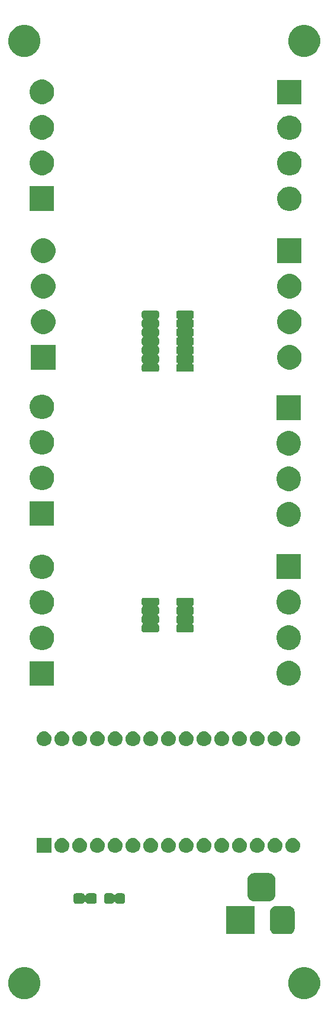
<source format=gts>
G04 #@! TF.GenerationSoftware,KiCad,Pcbnew,(5.1.4)-1*
G04 #@! TF.CreationDate,2020-09-21T14:40:53+02:00*
G04 #@! TF.ProjectId,triggerbox,74726967-6765-4726-926f-782e6b696361,rev?*
G04 #@! TF.SameCoordinates,Original*
G04 #@! TF.FileFunction,Soldermask,Top*
G04 #@! TF.FilePolarity,Negative*
%FSLAX46Y46*%
G04 Gerber Fmt 4.6, Leading zero omitted, Abs format (unit mm)*
G04 Created by KiCad (PCBNEW (5.1.4)-1) date 2020-09-21 14:40:53*
%MOMM*%
%LPD*%
G04 APERTURE LIST*
%ADD10C,0.150000*%
G04 APERTURE END LIST*
D10*
G36*
X92666801Y-161801849D02*
G01*
X93082825Y-161974172D01*
X93082827Y-161974173D01*
X93457240Y-162224348D01*
X93775652Y-162542760D01*
X94025827Y-162917173D01*
X94025828Y-162917175D01*
X94198151Y-163333199D01*
X94286000Y-163774847D01*
X94286000Y-164225153D01*
X94198151Y-164666801D01*
X94025828Y-165082825D01*
X94025827Y-165082827D01*
X93775652Y-165457240D01*
X93457240Y-165775652D01*
X93082827Y-166025827D01*
X93082826Y-166025828D01*
X93082825Y-166025828D01*
X92666801Y-166198151D01*
X92225153Y-166286000D01*
X91774847Y-166286000D01*
X91333199Y-166198151D01*
X90917175Y-166025828D01*
X90917174Y-166025828D01*
X90917173Y-166025827D01*
X90542760Y-165775652D01*
X90224348Y-165457240D01*
X89974173Y-165082827D01*
X89974172Y-165082825D01*
X89801849Y-164666801D01*
X89714000Y-164225153D01*
X89714000Y-163774847D01*
X89801849Y-163333199D01*
X89974172Y-162917175D01*
X89974173Y-162917173D01*
X90224348Y-162542760D01*
X90542760Y-162224348D01*
X90917173Y-161974173D01*
X90917175Y-161974172D01*
X91333199Y-161801849D01*
X91774847Y-161714000D01*
X92225153Y-161714000D01*
X92666801Y-161801849D01*
X92666801Y-161801849D01*
G37*
G36*
X52666801Y-161801849D02*
G01*
X53082825Y-161974172D01*
X53082827Y-161974173D01*
X53457240Y-162224348D01*
X53775652Y-162542760D01*
X54025827Y-162917173D01*
X54025828Y-162917175D01*
X54198151Y-163333199D01*
X54286000Y-163774847D01*
X54286000Y-164225153D01*
X54198151Y-164666801D01*
X54025828Y-165082825D01*
X54025827Y-165082827D01*
X53775652Y-165457240D01*
X53457240Y-165775652D01*
X53082827Y-166025827D01*
X53082826Y-166025828D01*
X53082825Y-166025828D01*
X52666801Y-166198151D01*
X52225153Y-166286000D01*
X51774847Y-166286000D01*
X51333199Y-166198151D01*
X50917175Y-166025828D01*
X50917174Y-166025828D01*
X50917173Y-166025827D01*
X50542760Y-165775652D01*
X50224348Y-165457240D01*
X49974173Y-165082827D01*
X49974172Y-165082825D01*
X49801849Y-164666801D01*
X49714000Y-164225153D01*
X49714000Y-163774847D01*
X49801849Y-163333199D01*
X49974172Y-162917175D01*
X49974173Y-162917173D01*
X50224348Y-162542760D01*
X50542760Y-162224348D01*
X50917173Y-161974173D01*
X50917175Y-161974172D01*
X51333199Y-161801849D01*
X51774847Y-161714000D01*
X52225153Y-161714000D01*
X52666801Y-161801849D01*
X52666801Y-161801849D01*
G37*
G36*
X84904000Y-157004000D02*
G01*
X80896000Y-157004000D01*
X80896000Y-152996000D01*
X84904000Y-152996000D01*
X84904000Y-157004000D01*
X84904000Y-157004000D01*
G37*
G36*
X89998281Y-153012243D02*
G01*
X90150967Y-153058560D01*
X90291675Y-153133770D01*
X90415011Y-153234989D01*
X90516230Y-153358325D01*
X90591440Y-153499033D01*
X90637757Y-153651719D01*
X90654000Y-153816640D01*
X90654000Y-156183360D01*
X90637757Y-156348281D01*
X90591440Y-156500967D01*
X90516230Y-156641675D01*
X90415011Y-156765011D01*
X90291675Y-156866230D01*
X90150967Y-156941440D01*
X89998281Y-156987757D01*
X89833360Y-157004000D01*
X87966640Y-157004000D01*
X87801719Y-156987757D01*
X87649033Y-156941440D01*
X87508325Y-156866230D01*
X87384989Y-156765011D01*
X87283770Y-156641675D01*
X87208560Y-156500967D01*
X87162243Y-156348281D01*
X87146000Y-156183360D01*
X87146000Y-153816640D01*
X87162243Y-153651719D01*
X87208560Y-153499033D01*
X87283770Y-153358325D01*
X87384989Y-153234989D01*
X87508325Y-153133770D01*
X87649033Y-153058560D01*
X87801719Y-153012243D01*
X87966640Y-152996000D01*
X89833360Y-152996000D01*
X89998281Y-153012243D01*
X89998281Y-153012243D01*
G37*
G36*
X60355799Y-151177396D02*
G01*
X60412341Y-151194548D01*
X60464446Y-151222398D01*
X60510119Y-151259881D01*
X60547602Y-151305554D01*
X60575567Y-151357873D01*
X60584761Y-151380070D01*
X60598375Y-151400445D01*
X60615702Y-151417772D01*
X60636076Y-151431385D01*
X60658715Y-151440763D01*
X60682748Y-151445543D01*
X60707252Y-151445543D01*
X60731286Y-151440762D01*
X60753924Y-151431385D01*
X60774299Y-151417771D01*
X60791626Y-151400444D01*
X60805239Y-151380070D01*
X60814433Y-151357873D01*
X60842398Y-151305554D01*
X60879881Y-151259881D01*
X60925554Y-151222398D01*
X60977659Y-151194548D01*
X61034201Y-151177396D01*
X61099141Y-151171000D01*
X62040859Y-151171000D01*
X62105799Y-151177396D01*
X62162341Y-151194548D01*
X62214446Y-151222398D01*
X62260119Y-151259881D01*
X62297602Y-151305554D01*
X62325452Y-151357659D01*
X62342604Y-151414201D01*
X62349000Y-151479141D01*
X62349000Y-152320859D01*
X62342604Y-152385799D01*
X62325452Y-152442341D01*
X62297602Y-152494446D01*
X62260119Y-152540119D01*
X62214446Y-152577602D01*
X62162341Y-152605452D01*
X62105799Y-152622604D01*
X62040859Y-152629000D01*
X61099141Y-152629000D01*
X61034201Y-152622604D01*
X60977659Y-152605452D01*
X60925554Y-152577602D01*
X60879881Y-152540119D01*
X60842398Y-152494446D01*
X60814433Y-152442127D01*
X60805239Y-152419930D01*
X60791625Y-152399555D01*
X60774298Y-152382228D01*
X60753924Y-152368615D01*
X60731285Y-152359237D01*
X60707252Y-152354457D01*
X60682748Y-152354457D01*
X60658714Y-152359238D01*
X60636076Y-152368615D01*
X60615701Y-152382229D01*
X60598374Y-152399556D01*
X60584761Y-152419930D01*
X60575567Y-152442127D01*
X60547602Y-152494446D01*
X60510119Y-152540119D01*
X60464446Y-152577602D01*
X60412341Y-152605452D01*
X60355799Y-152622604D01*
X60290859Y-152629000D01*
X59349141Y-152629000D01*
X59284201Y-152622604D01*
X59227659Y-152605452D01*
X59175554Y-152577602D01*
X59129881Y-152540119D01*
X59092398Y-152494446D01*
X59064548Y-152442341D01*
X59047396Y-152385799D01*
X59041000Y-152320859D01*
X59041000Y-151479141D01*
X59047396Y-151414201D01*
X59064548Y-151357659D01*
X59092398Y-151305554D01*
X59129881Y-151259881D01*
X59175554Y-151222398D01*
X59227659Y-151194548D01*
X59284201Y-151177396D01*
X59349141Y-151171000D01*
X60290859Y-151171000D01*
X60355799Y-151177396D01*
X60355799Y-151177396D01*
G37*
G36*
X64573387Y-151177035D02*
G01*
X64626418Y-151193122D01*
X64675278Y-151219238D01*
X64718111Y-151254389D01*
X64753262Y-151297222D01*
X64781809Y-151350630D01*
X64787261Y-151363791D01*
X64800874Y-151384165D01*
X64818201Y-151401492D01*
X64838576Y-151415106D01*
X64861214Y-151424484D01*
X64885248Y-151429264D01*
X64909752Y-151429264D01*
X64933785Y-151424484D01*
X64956424Y-151415106D01*
X64976798Y-151401493D01*
X64994125Y-151384166D01*
X65007739Y-151363791D01*
X65013191Y-151350630D01*
X65041738Y-151297222D01*
X65076889Y-151254389D01*
X65119722Y-151219238D01*
X65168582Y-151193122D01*
X65221613Y-151177035D01*
X65282890Y-151171000D01*
X66087110Y-151171000D01*
X66148387Y-151177035D01*
X66201418Y-151193122D01*
X66250278Y-151219238D01*
X66293111Y-151254389D01*
X66328262Y-151297222D01*
X66354378Y-151346082D01*
X66370465Y-151399113D01*
X66376500Y-151460390D01*
X66376500Y-152339610D01*
X66370465Y-152400887D01*
X66354378Y-152453918D01*
X66328262Y-152502778D01*
X66293111Y-152545611D01*
X66250278Y-152580762D01*
X66201418Y-152606878D01*
X66148387Y-152622965D01*
X66087110Y-152629000D01*
X65282890Y-152629000D01*
X65221613Y-152622965D01*
X65168582Y-152606878D01*
X65119722Y-152580762D01*
X65076889Y-152545611D01*
X65041738Y-152502778D01*
X65013191Y-152449370D01*
X65007739Y-152436209D01*
X64994126Y-152415835D01*
X64976799Y-152398508D01*
X64956424Y-152384894D01*
X64933786Y-152375516D01*
X64909752Y-152370736D01*
X64885248Y-152370736D01*
X64861215Y-152375516D01*
X64838576Y-152384894D01*
X64818202Y-152398507D01*
X64800875Y-152415834D01*
X64787261Y-152436209D01*
X64781809Y-152449370D01*
X64753262Y-152502778D01*
X64718111Y-152545611D01*
X64675278Y-152580762D01*
X64626418Y-152606878D01*
X64573387Y-152622965D01*
X64512110Y-152629000D01*
X63707890Y-152629000D01*
X63646613Y-152622965D01*
X63593582Y-152606878D01*
X63544722Y-152580762D01*
X63501889Y-152545611D01*
X63466738Y-152502778D01*
X63440622Y-152453918D01*
X63424535Y-152400887D01*
X63418500Y-152339610D01*
X63418500Y-151460390D01*
X63424535Y-151399113D01*
X63440622Y-151346082D01*
X63466738Y-151297222D01*
X63501889Y-151254389D01*
X63544722Y-151219238D01*
X63593582Y-151193122D01*
X63646613Y-151177035D01*
X63707890Y-151171000D01*
X64512110Y-151171000D01*
X64573387Y-151177035D01*
X64573387Y-151177035D01*
G37*
G36*
X87147667Y-148314645D02*
G01*
X87323803Y-148368075D01*
X87486121Y-148454836D01*
X87628399Y-148571601D01*
X87745164Y-148713879D01*
X87831925Y-148876197D01*
X87885355Y-149052333D01*
X87904000Y-149241640D01*
X87904000Y-151358360D01*
X87885355Y-151547667D01*
X87831925Y-151723803D01*
X87745164Y-151886121D01*
X87628399Y-152028399D01*
X87486121Y-152145164D01*
X87323803Y-152231925D01*
X87147667Y-152285355D01*
X86958360Y-152304000D01*
X84841640Y-152304000D01*
X84652333Y-152285355D01*
X84476197Y-152231925D01*
X84313879Y-152145164D01*
X84171601Y-152028399D01*
X84054836Y-151886121D01*
X83968075Y-151723803D01*
X83914645Y-151547667D01*
X83896000Y-151358360D01*
X83896000Y-149241640D01*
X83914645Y-149052333D01*
X83968075Y-148876197D01*
X84054836Y-148713879D01*
X84171601Y-148571601D01*
X84313879Y-148454836D01*
X84476197Y-148368075D01*
X84652333Y-148314645D01*
X84841640Y-148296000D01*
X86958360Y-148296000D01*
X87147667Y-148314645D01*
X87147667Y-148314645D01*
G37*
G36*
X65083388Y-143291084D02*
G01*
X65186620Y-143301251D01*
X65385300Y-143361520D01*
X65385303Y-143361521D01*
X65568403Y-143459390D01*
X65728897Y-143591103D01*
X65860610Y-143751597D01*
X65958479Y-143934697D01*
X65958480Y-143934700D01*
X66018749Y-144133380D01*
X66039099Y-144340000D01*
X66018749Y-144546620D01*
X65958480Y-144745300D01*
X65958479Y-144745303D01*
X65860610Y-144928403D01*
X65728897Y-145088897D01*
X65568403Y-145220610D01*
X65385303Y-145318479D01*
X65385300Y-145318480D01*
X65186620Y-145378749D01*
X65083388Y-145388916D01*
X65031773Y-145394000D01*
X64928227Y-145394000D01*
X64876612Y-145388916D01*
X64773380Y-145378749D01*
X64574700Y-145318480D01*
X64574697Y-145318479D01*
X64391597Y-145220610D01*
X64231103Y-145088897D01*
X64099390Y-144928403D01*
X64001521Y-144745303D01*
X64001520Y-144745300D01*
X63941251Y-144546620D01*
X63920901Y-144340000D01*
X63941251Y-144133380D01*
X64001520Y-143934700D01*
X64001521Y-143934697D01*
X64099390Y-143751597D01*
X64231103Y-143591103D01*
X64391597Y-143459390D01*
X64574697Y-143361521D01*
X64574700Y-143361520D01*
X64773380Y-143301251D01*
X64876612Y-143291084D01*
X64928227Y-143286000D01*
X65031773Y-143286000D01*
X65083388Y-143291084D01*
X65083388Y-143291084D01*
G37*
G36*
X90483388Y-143291084D02*
G01*
X90586620Y-143301251D01*
X90785300Y-143361520D01*
X90785303Y-143361521D01*
X90968403Y-143459390D01*
X91128897Y-143591103D01*
X91260610Y-143751597D01*
X91358479Y-143934697D01*
X91358480Y-143934700D01*
X91418749Y-144133380D01*
X91439099Y-144340000D01*
X91418749Y-144546620D01*
X91358480Y-144745300D01*
X91358479Y-144745303D01*
X91260610Y-144928403D01*
X91128897Y-145088897D01*
X90968403Y-145220610D01*
X90785303Y-145318479D01*
X90785300Y-145318480D01*
X90586620Y-145378749D01*
X90483388Y-145388916D01*
X90431773Y-145394000D01*
X90328227Y-145394000D01*
X90276612Y-145388916D01*
X90173380Y-145378749D01*
X89974700Y-145318480D01*
X89974697Y-145318479D01*
X89791597Y-145220610D01*
X89631103Y-145088897D01*
X89499390Y-144928403D01*
X89401521Y-144745303D01*
X89401520Y-144745300D01*
X89341251Y-144546620D01*
X89320901Y-144340000D01*
X89341251Y-144133380D01*
X89401520Y-143934700D01*
X89401521Y-143934697D01*
X89499390Y-143751597D01*
X89631103Y-143591103D01*
X89791597Y-143459390D01*
X89974697Y-143361521D01*
X89974700Y-143361520D01*
X90173380Y-143301251D01*
X90276612Y-143291084D01*
X90328227Y-143286000D01*
X90431773Y-143286000D01*
X90483388Y-143291084D01*
X90483388Y-143291084D01*
G37*
G36*
X87943388Y-143291084D02*
G01*
X88046620Y-143301251D01*
X88245300Y-143361520D01*
X88245303Y-143361521D01*
X88428403Y-143459390D01*
X88588897Y-143591103D01*
X88720610Y-143751597D01*
X88818479Y-143934697D01*
X88818480Y-143934700D01*
X88878749Y-144133380D01*
X88899099Y-144340000D01*
X88878749Y-144546620D01*
X88818480Y-144745300D01*
X88818479Y-144745303D01*
X88720610Y-144928403D01*
X88588897Y-145088897D01*
X88428403Y-145220610D01*
X88245303Y-145318479D01*
X88245300Y-145318480D01*
X88046620Y-145378749D01*
X87943388Y-145388916D01*
X87891773Y-145394000D01*
X87788227Y-145394000D01*
X87736612Y-145388916D01*
X87633380Y-145378749D01*
X87434700Y-145318480D01*
X87434697Y-145318479D01*
X87251597Y-145220610D01*
X87091103Y-145088897D01*
X86959390Y-144928403D01*
X86861521Y-144745303D01*
X86861520Y-144745300D01*
X86801251Y-144546620D01*
X86780901Y-144340000D01*
X86801251Y-144133380D01*
X86861520Y-143934700D01*
X86861521Y-143934697D01*
X86959390Y-143751597D01*
X87091103Y-143591103D01*
X87251597Y-143459390D01*
X87434697Y-143361521D01*
X87434700Y-143361520D01*
X87633380Y-143301251D01*
X87736612Y-143291084D01*
X87788227Y-143286000D01*
X87891773Y-143286000D01*
X87943388Y-143291084D01*
X87943388Y-143291084D01*
G37*
G36*
X85403388Y-143291084D02*
G01*
X85506620Y-143301251D01*
X85705300Y-143361520D01*
X85705303Y-143361521D01*
X85888403Y-143459390D01*
X86048897Y-143591103D01*
X86180610Y-143751597D01*
X86278479Y-143934697D01*
X86278480Y-143934700D01*
X86338749Y-144133380D01*
X86359099Y-144340000D01*
X86338749Y-144546620D01*
X86278480Y-144745300D01*
X86278479Y-144745303D01*
X86180610Y-144928403D01*
X86048897Y-145088897D01*
X85888403Y-145220610D01*
X85705303Y-145318479D01*
X85705300Y-145318480D01*
X85506620Y-145378749D01*
X85403388Y-145388916D01*
X85351773Y-145394000D01*
X85248227Y-145394000D01*
X85196612Y-145388916D01*
X85093380Y-145378749D01*
X84894700Y-145318480D01*
X84894697Y-145318479D01*
X84711597Y-145220610D01*
X84551103Y-145088897D01*
X84419390Y-144928403D01*
X84321521Y-144745303D01*
X84321520Y-144745300D01*
X84261251Y-144546620D01*
X84240901Y-144340000D01*
X84261251Y-144133380D01*
X84321520Y-143934700D01*
X84321521Y-143934697D01*
X84419390Y-143751597D01*
X84551103Y-143591103D01*
X84711597Y-143459390D01*
X84894697Y-143361521D01*
X84894700Y-143361520D01*
X85093380Y-143301251D01*
X85196612Y-143291084D01*
X85248227Y-143286000D01*
X85351773Y-143286000D01*
X85403388Y-143291084D01*
X85403388Y-143291084D01*
G37*
G36*
X82863388Y-143291084D02*
G01*
X82966620Y-143301251D01*
X83165300Y-143361520D01*
X83165303Y-143361521D01*
X83348403Y-143459390D01*
X83508897Y-143591103D01*
X83640610Y-143751597D01*
X83738479Y-143934697D01*
X83738480Y-143934700D01*
X83798749Y-144133380D01*
X83819099Y-144340000D01*
X83798749Y-144546620D01*
X83738480Y-144745300D01*
X83738479Y-144745303D01*
X83640610Y-144928403D01*
X83508897Y-145088897D01*
X83348403Y-145220610D01*
X83165303Y-145318479D01*
X83165300Y-145318480D01*
X82966620Y-145378749D01*
X82863388Y-145388916D01*
X82811773Y-145394000D01*
X82708227Y-145394000D01*
X82656612Y-145388916D01*
X82553380Y-145378749D01*
X82354700Y-145318480D01*
X82354697Y-145318479D01*
X82171597Y-145220610D01*
X82011103Y-145088897D01*
X81879390Y-144928403D01*
X81781521Y-144745303D01*
X81781520Y-144745300D01*
X81721251Y-144546620D01*
X81700901Y-144340000D01*
X81721251Y-144133380D01*
X81781520Y-143934700D01*
X81781521Y-143934697D01*
X81879390Y-143751597D01*
X82011103Y-143591103D01*
X82171597Y-143459390D01*
X82354697Y-143361521D01*
X82354700Y-143361520D01*
X82553380Y-143301251D01*
X82656612Y-143291084D01*
X82708227Y-143286000D01*
X82811773Y-143286000D01*
X82863388Y-143291084D01*
X82863388Y-143291084D01*
G37*
G36*
X80323388Y-143291084D02*
G01*
X80426620Y-143301251D01*
X80625300Y-143361520D01*
X80625303Y-143361521D01*
X80808403Y-143459390D01*
X80968897Y-143591103D01*
X81100610Y-143751597D01*
X81198479Y-143934697D01*
X81198480Y-143934700D01*
X81258749Y-144133380D01*
X81279099Y-144340000D01*
X81258749Y-144546620D01*
X81198480Y-144745300D01*
X81198479Y-144745303D01*
X81100610Y-144928403D01*
X80968897Y-145088897D01*
X80808403Y-145220610D01*
X80625303Y-145318479D01*
X80625300Y-145318480D01*
X80426620Y-145378749D01*
X80323388Y-145388916D01*
X80271773Y-145394000D01*
X80168227Y-145394000D01*
X80116612Y-145388916D01*
X80013380Y-145378749D01*
X79814700Y-145318480D01*
X79814697Y-145318479D01*
X79631597Y-145220610D01*
X79471103Y-145088897D01*
X79339390Y-144928403D01*
X79241521Y-144745303D01*
X79241520Y-144745300D01*
X79181251Y-144546620D01*
X79160901Y-144340000D01*
X79181251Y-144133380D01*
X79241520Y-143934700D01*
X79241521Y-143934697D01*
X79339390Y-143751597D01*
X79471103Y-143591103D01*
X79631597Y-143459390D01*
X79814697Y-143361521D01*
X79814700Y-143361520D01*
X80013380Y-143301251D01*
X80116612Y-143291084D01*
X80168227Y-143286000D01*
X80271773Y-143286000D01*
X80323388Y-143291084D01*
X80323388Y-143291084D01*
G37*
G36*
X77783388Y-143291084D02*
G01*
X77886620Y-143301251D01*
X78085300Y-143361520D01*
X78085303Y-143361521D01*
X78268403Y-143459390D01*
X78428897Y-143591103D01*
X78560610Y-143751597D01*
X78658479Y-143934697D01*
X78658480Y-143934700D01*
X78718749Y-144133380D01*
X78739099Y-144340000D01*
X78718749Y-144546620D01*
X78658480Y-144745300D01*
X78658479Y-144745303D01*
X78560610Y-144928403D01*
X78428897Y-145088897D01*
X78268403Y-145220610D01*
X78085303Y-145318479D01*
X78085300Y-145318480D01*
X77886620Y-145378749D01*
X77783388Y-145388916D01*
X77731773Y-145394000D01*
X77628227Y-145394000D01*
X77576612Y-145388916D01*
X77473380Y-145378749D01*
X77274700Y-145318480D01*
X77274697Y-145318479D01*
X77091597Y-145220610D01*
X76931103Y-145088897D01*
X76799390Y-144928403D01*
X76701521Y-144745303D01*
X76701520Y-144745300D01*
X76641251Y-144546620D01*
X76620901Y-144340000D01*
X76641251Y-144133380D01*
X76701520Y-143934700D01*
X76701521Y-143934697D01*
X76799390Y-143751597D01*
X76931103Y-143591103D01*
X77091597Y-143459390D01*
X77274697Y-143361521D01*
X77274700Y-143361520D01*
X77473380Y-143301251D01*
X77576612Y-143291084D01*
X77628227Y-143286000D01*
X77731773Y-143286000D01*
X77783388Y-143291084D01*
X77783388Y-143291084D01*
G37*
G36*
X72703388Y-143291084D02*
G01*
X72806620Y-143301251D01*
X73005300Y-143361520D01*
X73005303Y-143361521D01*
X73188403Y-143459390D01*
X73348897Y-143591103D01*
X73480610Y-143751597D01*
X73578479Y-143934697D01*
X73578480Y-143934700D01*
X73638749Y-144133380D01*
X73659099Y-144340000D01*
X73638749Y-144546620D01*
X73578480Y-144745300D01*
X73578479Y-144745303D01*
X73480610Y-144928403D01*
X73348897Y-145088897D01*
X73188403Y-145220610D01*
X73005303Y-145318479D01*
X73005300Y-145318480D01*
X72806620Y-145378749D01*
X72703388Y-145388916D01*
X72651773Y-145394000D01*
X72548227Y-145394000D01*
X72496612Y-145388916D01*
X72393380Y-145378749D01*
X72194700Y-145318480D01*
X72194697Y-145318479D01*
X72011597Y-145220610D01*
X71851103Y-145088897D01*
X71719390Y-144928403D01*
X71621521Y-144745303D01*
X71621520Y-144745300D01*
X71561251Y-144546620D01*
X71540901Y-144340000D01*
X71561251Y-144133380D01*
X71621520Y-143934700D01*
X71621521Y-143934697D01*
X71719390Y-143751597D01*
X71851103Y-143591103D01*
X72011597Y-143459390D01*
X72194697Y-143361521D01*
X72194700Y-143361520D01*
X72393380Y-143301251D01*
X72496612Y-143291084D01*
X72548227Y-143286000D01*
X72651773Y-143286000D01*
X72703388Y-143291084D01*
X72703388Y-143291084D01*
G37*
G36*
X70163388Y-143291084D02*
G01*
X70266620Y-143301251D01*
X70465300Y-143361520D01*
X70465303Y-143361521D01*
X70648403Y-143459390D01*
X70808897Y-143591103D01*
X70940610Y-143751597D01*
X71038479Y-143934697D01*
X71038480Y-143934700D01*
X71098749Y-144133380D01*
X71119099Y-144340000D01*
X71098749Y-144546620D01*
X71038480Y-144745300D01*
X71038479Y-144745303D01*
X70940610Y-144928403D01*
X70808897Y-145088897D01*
X70648403Y-145220610D01*
X70465303Y-145318479D01*
X70465300Y-145318480D01*
X70266620Y-145378749D01*
X70163388Y-145388916D01*
X70111773Y-145394000D01*
X70008227Y-145394000D01*
X69956612Y-145388916D01*
X69853380Y-145378749D01*
X69654700Y-145318480D01*
X69654697Y-145318479D01*
X69471597Y-145220610D01*
X69311103Y-145088897D01*
X69179390Y-144928403D01*
X69081521Y-144745303D01*
X69081520Y-144745300D01*
X69021251Y-144546620D01*
X69000901Y-144340000D01*
X69021251Y-144133380D01*
X69081520Y-143934700D01*
X69081521Y-143934697D01*
X69179390Y-143751597D01*
X69311103Y-143591103D01*
X69471597Y-143459390D01*
X69654697Y-143361521D01*
X69654700Y-143361520D01*
X69853380Y-143301251D01*
X69956612Y-143291084D01*
X70008227Y-143286000D01*
X70111773Y-143286000D01*
X70163388Y-143291084D01*
X70163388Y-143291084D01*
G37*
G36*
X67623388Y-143291084D02*
G01*
X67726620Y-143301251D01*
X67925300Y-143361520D01*
X67925303Y-143361521D01*
X68108403Y-143459390D01*
X68268897Y-143591103D01*
X68400610Y-143751597D01*
X68498479Y-143934697D01*
X68498480Y-143934700D01*
X68558749Y-144133380D01*
X68579099Y-144340000D01*
X68558749Y-144546620D01*
X68498480Y-144745300D01*
X68498479Y-144745303D01*
X68400610Y-144928403D01*
X68268897Y-145088897D01*
X68108403Y-145220610D01*
X67925303Y-145318479D01*
X67925300Y-145318480D01*
X67726620Y-145378749D01*
X67623388Y-145388916D01*
X67571773Y-145394000D01*
X67468227Y-145394000D01*
X67416612Y-145388916D01*
X67313380Y-145378749D01*
X67114700Y-145318480D01*
X67114697Y-145318479D01*
X66931597Y-145220610D01*
X66771103Y-145088897D01*
X66639390Y-144928403D01*
X66541521Y-144745303D01*
X66541520Y-144745300D01*
X66481251Y-144546620D01*
X66460901Y-144340000D01*
X66481251Y-144133380D01*
X66541520Y-143934700D01*
X66541521Y-143934697D01*
X66639390Y-143751597D01*
X66771103Y-143591103D01*
X66931597Y-143459390D01*
X67114697Y-143361521D01*
X67114700Y-143361520D01*
X67313380Y-143301251D01*
X67416612Y-143291084D01*
X67468227Y-143286000D01*
X67571773Y-143286000D01*
X67623388Y-143291084D01*
X67623388Y-143291084D01*
G37*
G36*
X62543388Y-143291084D02*
G01*
X62646620Y-143301251D01*
X62845300Y-143361520D01*
X62845303Y-143361521D01*
X63028403Y-143459390D01*
X63188897Y-143591103D01*
X63320610Y-143751597D01*
X63418479Y-143934697D01*
X63418480Y-143934700D01*
X63478749Y-144133380D01*
X63499099Y-144340000D01*
X63478749Y-144546620D01*
X63418480Y-144745300D01*
X63418479Y-144745303D01*
X63320610Y-144928403D01*
X63188897Y-145088897D01*
X63028403Y-145220610D01*
X62845303Y-145318479D01*
X62845300Y-145318480D01*
X62646620Y-145378749D01*
X62543388Y-145388916D01*
X62491773Y-145394000D01*
X62388227Y-145394000D01*
X62336612Y-145388916D01*
X62233380Y-145378749D01*
X62034700Y-145318480D01*
X62034697Y-145318479D01*
X61851597Y-145220610D01*
X61691103Y-145088897D01*
X61559390Y-144928403D01*
X61461521Y-144745303D01*
X61461520Y-144745300D01*
X61401251Y-144546620D01*
X61380901Y-144340000D01*
X61401251Y-144133380D01*
X61461520Y-143934700D01*
X61461521Y-143934697D01*
X61559390Y-143751597D01*
X61691103Y-143591103D01*
X61851597Y-143459390D01*
X62034697Y-143361521D01*
X62034700Y-143361520D01*
X62233380Y-143301251D01*
X62336612Y-143291084D01*
X62388227Y-143286000D01*
X62491773Y-143286000D01*
X62543388Y-143291084D01*
X62543388Y-143291084D01*
G37*
G36*
X60003388Y-143291084D02*
G01*
X60106620Y-143301251D01*
X60305300Y-143361520D01*
X60305303Y-143361521D01*
X60488403Y-143459390D01*
X60648897Y-143591103D01*
X60780610Y-143751597D01*
X60878479Y-143934697D01*
X60878480Y-143934700D01*
X60938749Y-144133380D01*
X60959099Y-144340000D01*
X60938749Y-144546620D01*
X60878480Y-144745300D01*
X60878479Y-144745303D01*
X60780610Y-144928403D01*
X60648897Y-145088897D01*
X60488403Y-145220610D01*
X60305303Y-145318479D01*
X60305300Y-145318480D01*
X60106620Y-145378749D01*
X60003388Y-145388916D01*
X59951773Y-145394000D01*
X59848227Y-145394000D01*
X59796612Y-145388916D01*
X59693380Y-145378749D01*
X59494700Y-145318480D01*
X59494697Y-145318479D01*
X59311597Y-145220610D01*
X59151103Y-145088897D01*
X59019390Y-144928403D01*
X58921521Y-144745303D01*
X58921520Y-144745300D01*
X58861251Y-144546620D01*
X58840901Y-144340000D01*
X58861251Y-144133380D01*
X58921520Y-143934700D01*
X58921521Y-143934697D01*
X59019390Y-143751597D01*
X59151103Y-143591103D01*
X59311597Y-143459390D01*
X59494697Y-143361521D01*
X59494700Y-143361520D01*
X59693380Y-143301251D01*
X59796612Y-143291084D01*
X59848227Y-143286000D01*
X59951773Y-143286000D01*
X60003388Y-143291084D01*
X60003388Y-143291084D01*
G37*
G36*
X57463388Y-143291084D02*
G01*
X57566620Y-143301251D01*
X57765300Y-143361520D01*
X57765303Y-143361521D01*
X57948403Y-143459390D01*
X58108897Y-143591103D01*
X58240610Y-143751597D01*
X58338479Y-143934697D01*
X58338480Y-143934700D01*
X58398749Y-144133380D01*
X58419099Y-144340000D01*
X58398749Y-144546620D01*
X58338480Y-144745300D01*
X58338479Y-144745303D01*
X58240610Y-144928403D01*
X58108897Y-145088897D01*
X57948403Y-145220610D01*
X57765303Y-145318479D01*
X57765300Y-145318480D01*
X57566620Y-145378749D01*
X57463388Y-145388916D01*
X57411773Y-145394000D01*
X57308227Y-145394000D01*
X57256612Y-145388916D01*
X57153380Y-145378749D01*
X56954700Y-145318480D01*
X56954697Y-145318479D01*
X56771597Y-145220610D01*
X56611103Y-145088897D01*
X56479390Y-144928403D01*
X56381521Y-144745303D01*
X56381520Y-144745300D01*
X56321251Y-144546620D01*
X56300901Y-144340000D01*
X56321251Y-144133380D01*
X56381520Y-143934700D01*
X56381521Y-143934697D01*
X56479390Y-143751597D01*
X56611103Y-143591103D01*
X56771597Y-143459390D01*
X56954697Y-143361521D01*
X56954700Y-143361520D01*
X57153380Y-143301251D01*
X57256612Y-143291084D01*
X57308227Y-143286000D01*
X57411773Y-143286000D01*
X57463388Y-143291084D01*
X57463388Y-143291084D01*
G37*
G36*
X75243388Y-143291084D02*
G01*
X75346620Y-143301251D01*
X75545300Y-143361520D01*
X75545303Y-143361521D01*
X75728403Y-143459390D01*
X75888897Y-143591103D01*
X76020610Y-143751597D01*
X76118479Y-143934697D01*
X76118480Y-143934700D01*
X76178749Y-144133380D01*
X76199099Y-144340000D01*
X76178749Y-144546620D01*
X76118480Y-144745300D01*
X76118479Y-144745303D01*
X76020610Y-144928403D01*
X75888897Y-145088897D01*
X75728403Y-145220610D01*
X75545303Y-145318479D01*
X75545300Y-145318480D01*
X75346620Y-145378749D01*
X75243388Y-145388916D01*
X75191773Y-145394000D01*
X75088227Y-145394000D01*
X75036612Y-145388916D01*
X74933380Y-145378749D01*
X74734700Y-145318480D01*
X74734697Y-145318479D01*
X74551597Y-145220610D01*
X74391103Y-145088897D01*
X74259390Y-144928403D01*
X74161521Y-144745303D01*
X74161520Y-144745300D01*
X74101251Y-144546620D01*
X74080901Y-144340000D01*
X74101251Y-144133380D01*
X74161520Y-143934700D01*
X74161521Y-143934697D01*
X74259390Y-143751597D01*
X74391103Y-143591103D01*
X74551597Y-143459390D01*
X74734697Y-143361521D01*
X74734700Y-143361520D01*
X74933380Y-143301251D01*
X75036612Y-143291084D01*
X75088227Y-143286000D01*
X75191773Y-143286000D01*
X75243388Y-143291084D01*
X75243388Y-143291084D01*
G37*
G36*
X55874000Y-145394000D02*
G01*
X53766000Y-145394000D01*
X53766000Y-143286000D01*
X55874000Y-143286000D01*
X55874000Y-145394000D01*
X55874000Y-145394000D01*
G37*
G36*
X54923388Y-128051084D02*
G01*
X55026620Y-128061251D01*
X55225300Y-128121520D01*
X55225303Y-128121521D01*
X55408403Y-128219390D01*
X55568897Y-128351103D01*
X55700610Y-128511597D01*
X55798479Y-128694697D01*
X55798480Y-128694700D01*
X55858749Y-128893380D01*
X55879099Y-129100000D01*
X55858749Y-129306620D01*
X55798480Y-129505300D01*
X55798479Y-129505303D01*
X55700610Y-129688403D01*
X55568897Y-129848897D01*
X55408403Y-129980610D01*
X55225303Y-130078479D01*
X55225300Y-130078480D01*
X55026620Y-130138749D01*
X54923388Y-130148916D01*
X54871773Y-130154000D01*
X54768227Y-130154000D01*
X54716612Y-130148916D01*
X54613380Y-130138749D01*
X54414700Y-130078480D01*
X54414697Y-130078479D01*
X54231597Y-129980610D01*
X54071103Y-129848897D01*
X53939390Y-129688403D01*
X53841521Y-129505303D01*
X53841520Y-129505300D01*
X53781251Y-129306620D01*
X53760901Y-129100000D01*
X53781251Y-128893380D01*
X53841520Y-128694700D01*
X53841521Y-128694697D01*
X53939390Y-128511597D01*
X54071103Y-128351103D01*
X54231597Y-128219390D01*
X54414697Y-128121521D01*
X54414700Y-128121520D01*
X54613380Y-128061251D01*
X54716612Y-128051084D01*
X54768227Y-128046000D01*
X54871773Y-128046000D01*
X54923388Y-128051084D01*
X54923388Y-128051084D01*
G37*
G36*
X90483388Y-128051084D02*
G01*
X90586620Y-128061251D01*
X90785300Y-128121520D01*
X90785303Y-128121521D01*
X90968403Y-128219390D01*
X91128897Y-128351103D01*
X91260610Y-128511597D01*
X91358479Y-128694697D01*
X91358480Y-128694700D01*
X91418749Y-128893380D01*
X91439099Y-129100000D01*
X91418749Y-129306620D01*
X91358480Y-129505300D01*
X91358479Y-129505303D01*
X91260610Y-129688403D01*
X91128897Y-129848897D01*
X90968403Y-129980610D01*
X90785303Y-130078479D01*
X90785300Y-130078480D01*
X90586620Y-130138749D01*
X90483388Y-130148916D01*
X90431773Y-130154000D01*
X90328227Y-130154000D01*
X90276612Y-130148916D01*
X90173380Y-130138749D01*
X89974700Y-130078480D01*
X89974697Y-130078479D01*
X89791597Y-129980610D01*
X89631103Y-129848897D01*
X89499390Y-129688403D01*
X89401521Y-129505303D01*
X89401520Y-129505300D01*
X89341251Y-129306620D01*
X89320901Y-129100000D01*
X89341251Y-128893380D01*
X89401520Y-128694700D01*
X89401521Y-128694697D01*
X89499390Y-128511597D01*
X89631103Y-128351103D01*
X89791597Y-128219390D01*
X89974697Y-128121521D01*
X89974700Y-128121520D01*
X90173380Y-128061251D01*
X90276612Y-128051084D01*
X90328227Y-128046000D01*
X90431773Y-128046000D01*
X90483388Y-128051084D01*
X90483388Y-128051084D01*
G37*
G36*
X85403388Y-128051084D02*
G01*
X85506620Y-128061251D01*
X85705300Y-128121520D01*
X85705303Y-128121521D01*
X85888403Y-128219390D01*
X86048897Y-128351103D01*
X86180610Y-128511597D01*
X86278479Y-128694697D01*
X86278480Y-128694700D01*
X86338749Y-128893380D01*
X86359099Y-129100000D01*
X86338749Y-129306620D01*
X86278480Y-129505300D01*
X86278479Y-129505303D01*
X86180610Y-129688403D01*
X86048897Y-129848897D01*
X85888403Y-129980610D01*
X85705303Y-130078479D01*
X85705300Y-130078480D01*
X85506620Y-130138749D01*
X85403388Y-130148916D01*
X85351773Y-130154000D01*
X85248227Y-130154000D01*
X85196612Y-130148916D01*
X85093380Y-130138749D01*
X84894700Y-130078480D01*
X84894697Y-130078479D01*
X84711597Y-129980610D01*
X84551103Y-129848897D01*
X84419390Y-129688403D01*
X84321521Y-129505303D01*
X84321520Y-129505300D01*
X84261251Y-129306620D01*
X84240901Y-129100000D01*
X84261251Y-128893380D01*
X84321520Y-128694700D01*
X84321521Y-128694697D01*
X84419390Y-128511597D01*
X84551103Y-128351103D01*
X84711597Y-128219390D01*
X84894697Y-128121521D01*
X84894700Y-128121520D01*
X85093380Y-128061251D01*
X85196612Y-128051084D01*
X85248227Y-128046000D01*
X85351773Y-128046000D01*
X85403388Y-128051084D01*
X85403388Y-128051084D01*
G37*
G36*
X57463388Y-128051084D02*
G01*
X57566620Y-128061251D01*
X57765300Y-128121520D01*
X57765303Y-128121521D01*
X57948403Y-128219390D01*
X58108897Y-128351103D01*
X58240610Y-128511597D01*
X58338479Y-128694697D01*
X58338480Y-128694700D01*
X58398749Y-128893380D01*
X58419099Y-129100000D01*
X58398749Y-129306620D01*
X58338480Y-129505300D01*
X58338479Y-129505303D01*
X58240610Y-129688403D01*
X58108897Y-129848897D01*
X57948403Y-129980610D01*
X57765303Y-130078479D01*
X57765300Y-130078480D01*
X57566620Y-130138749D01*
X57463388Y-130148916D01*
X57411773Y-130154000D01*
X57308227Y-130154000D01*
X57256612Y-130148916D01*
X57153380Y-130138749D01*
X56954700Y-130078480D01*
X56954697Y-130078479D01*
X56771597Y-129980610D01*
X56611103Y-129848897D01*
X56479390Y-129688403D01*
X56381521Y-129505303D01*
X56381520Y-129505300D01*
X56321251Y-129306620D01*
X56300901Y-129100000D01*
X56321251Y-128893380D01*
X56381520Y-128694700D01*
X56381521Y-128694697D01*
X56479390Y-128511597D01*
X56611103Y-128351103D01*
X56771597Y-128219390D01*
X56954697Y-128121521D01*
X56954700Y-128121520D01*
X57153380Y-128061251D01*
X57256612Y-128051084D01*
X57308227Y-128046000D01*
X57411773Y-128046000D01*
X57463388Y-128051084D01*
X57463388Y-128051084D01*
G37*
G36*
X82863388Y-128051084D02*
G01*
X82966620Y-128061251D01*
X83165300Y-128121520D01*
X83165303Y-128121521D01*
X83348403Y-128219390D01*
X83508897Y-128351103D01*
X83640610Y-128511597D01*
X83738479Y-128694697D01*
X83738480Y-128694700D01*
X83798749Y-128893380D01*
X83819099Y-129100000D01*
X83798749Y-129306620D01*
X83738480Y-129505300D01*
X83738479Y-129505303D01*
X83640610Y-129688403D01*
X83508897Y-129848897D01*
X83348403Y-129980610D01*
X83165303Y-130078479D01*
X83165300Y-130078480D01*
X82966620Y-130138749D01*
X82863388Y-130148916D01*
X82811773Y-130154000D01*
X82708227Y-130154000D01*
X82656612Y-130148916D01*
X82553380Y-130138749D01*
X82354700Y-130078480D01*
X82354697Y-130078479D01*
X82171597Y-129980610D01*
X82011103Y-129848897D01*
X81879390Y-129688403D01*
X81781521Y-129505303D01*
X81781520Y-129505300D01*
X81721251Y-129306620D01*
X81700901Y-129100000D01*
X81721251Y-128893380D01*
X81781520Y-128694700D01*
X81781521Y-128694697D01*
X81879390Y-128511597D01*
X82011103Y-128351103D01*
X82171597Y-128219390D01*
X82354697Y-128121521D01*
X82354700Y-128121520D01*
X82553380Y-128061251D01*
X82656612Y-128051084D01*
X82708227Y-128046000D01*
X82811773Y-128046000D01*
X82863388Y-128051084D01*
X82863388Y-128051084D01*
G37*
G36*
X60003388Y-128051084D02*
G01*
X60106620Y-128061251D01*
X60305300Y-128121520D01*
X60305303Y-128121521D01*
X60488403Y-128219390D01*
X60648897Y-128351103D01*
X60780610Y-128511597D01*
X60878479Y-128694697D01*
X60878480Y-128694700D01*
X60938749Y-128893380D01*
X60959099Y-129100000D01*
X60938749Y-129306620D01*
X60878480Y-129505300D01*
X60878479Y-129505303D01*
X60780610Y-129688403D01*
X60648897Y-129848897D01*
X60488403Y-129980610D01*
X60305303Y-130078479D01*
X60305300Y-130078480D01*
X60106620Y-130138749D01*
X60003388Y-130148916D01*
X59951773Y-130154000D01*
X59848227Y-130154000D01*
X59796612Y-130148916D01*
X59693380Y-130138749D01*
X59494700Y-130078480D01*
X59494697Y-130078479D01*
X59311597Y-129980610D01*
X59151103Y-129848897D01*
X59019390Y-129688403D01*
X58921521Y-129505303D01*
X58921520Y-129505300D01*
X58861251Y-129306620D01*
X58840901Y-129100000D01*
X58861251Y-128893380D01*
X58921520Y-128694700D01*
X58921521Y-128694697D01*
X59019390Y-128511597D01*
X59151103Y-128351103D01*
X59311597Y-128219390D01*
X59494697Y-128121521D01*
X59494700Y-128121520D01*
X59693380Y-128061251D01*
X59796612Y-128051084D01*
X59848227Y-128046000D01*
X59951773Y-128046000D01*
X60003388Y-128051084D01*
X60003388Y-128051084D01*
G37*
G36*
X80323388Y-128051084D02*
G01*
X80426620Y-128061251D01*
X80625300Y-128121520D01*
X80625303Y-128121521D01*
X80808403Y-128219390D01*
X80968897Y-128351103D01*
X81100610Y-128511597D01*
X81198479Y-128694697D01*
X81198480Y-128694700D01*
X81258749Y-128893380D01*
X81279099Y-129100000D01*
X81258749Y-129306620D01*
X81198480Y-129505300D01*
X81198479Y-129505303D01*
X81100610Y-129688403D01*
X80968897Y-129848897D01*
X80808403Y-129980610D01*
X80625303Y-130078479D01*
X80625300Y-130078480D01*
X80426620Y-130138749D01*
X80323388Y-130148916D01*
X80271773Y-130154000D01*
X80168227Y-130154000D01*
X80116612Y-130148916D01*
X80013380Y-130138749D01*
X79814700Y-130078480D01*
X79814697Y-130078479D01*
X79631597Y-129980610D01*
X79471103Y-129848897D01*
X79339390Y-129688403D01*
X79241521Y-129505303D01*
X79241520Y-129505300D01*
X79181251Y-129306620D01*
X79160901Y-129100000D01*
X79181251Y-128893380D01*
X79241520Y-128694700D01*
X79241521Y-128694697D01*
X79339390Y-128511597D01*
X79471103Y-128351103D01*
X79631597Y-128219390D01*
X79814697Y-128121521D01*
X79814700Y-128121520D01*
X80013380Y-128061251D01*
X80116612Y-128051084D01*
X80168227Y-128046000D01*
X80271773Y-128046000D01*
X80323388Y-128051084D01*
X80323388Y-128051084D01*
G37*
G36*
X77783388Y-128051084D02*
G01*
X77886620Y-128061251D01*
X78085300Y-128121520D01*
X78085303Y-128121521D01*
X78268403Y-128219390D01*
X78428897Y-128351103D01*
X78560610Y-128511597D01*
X78658479Y-128694697D01*
X78658480Y-128694700D01*
X78718749Y-128893380D01*
X78739099Y-129100000D01*
X78718749Y-129306620D01*
X78658480Y-129505300D01*
X78658479Y-129505303D01*
X78560610Y-129688403D01*
X78428897Y-129848897D01*
X78268403Y-129980610D01*
X78085303Y-130078479D01*
X78085300Y-130078480D01*
X77886620Y-130138749D01*
X77783388Y-130148916D01*
X77731773Y-130154000D01*
X77628227Y-130154000D01*
X77576612Y-130148916D01*
X77473380Y-130138749D01*
X77274700Y-130078480D01*
X77274697Y-130078479D01*
X77091597Y-129980610D01*
X76931103Y-129848897D01*
X76799390Y-129688403D01*
X76701521Y-129505303D01*
X76701520Y-129505300D01*
X76641251Y-129306620D01*
X76620901Y-129100000D01*
X76641251Y-128893380D01*
X76701520Y-128694700D01*
X76701521Y-128694697D01*
X76799390Y-128511597D01*
X76931103Y-128351103D01*
X77091597Y-128219390D01*
X77274697Y-128121521D01*
X77274700Y-128121520D01*
X77473380Y-128061251D01*
X77576612Y-128051084D01*
X77628227Y-128046000D01*
X77731773Y-128046000D01*
X77783388Y-128051084D01*
X77783388Y-128051084D01*
G37*
G36*
X62543388Y-128051084D02*
G01*
X62646620Y-128061251D01*
X62845300Y-128121520D01*
X62845303Y-128121521D01*
X63028403Y-128219390D01*
X63188897Y-128351103D01*
X63320610Y-128511597D01*
X63418479Y-128694697D01*
X63418480Y-128694700D01*
X63478749Y-128893380D01*
X63499099Y-129100000D01*
X63478749Y-129306620D01*
X63418480Y-129505300D01*
X63418479Y-129505303D01*
X63320610Y-129688403D01*
X63188897Y-129848897D01*
X63028403Y-129980610D01*
X62845303Y-130078479D01*
X62845300Y-130078480D01*
X62646620Y-130138749D01*
X62543388Y-130148916D01*
X62491773Y-130154000D01*
X62388227Y-130154000D01*
X62336612Y-130148916D01*
X62233380Y-130138749D01*
X62034700Y-130078480D01*
X62034697Y-130078479D01*
X61851597Y-129980610D01*
X61691103Y-129848897D01*
X61559390Y-129688403D01*
X61461521Y-129505303D01*
X61461520Y-129505300D01*
X61401251Y-129306620D01*
X61380901Y-129100000D01*
X61401251Y-128893380D01*
X61461520Y-128694700D01*
X61461521Y-128694697D01*
X61559390Y-128511597D01*
X61691103Y-128351103D01*
X61851597Y-128219390D01*
X62034697Y-128121521D01*
X62034700Y-128121520D01*
X62233380Y-128061251D01*
X62336612Y-128051084D01*
X62388227Y-128046000D01*
X62491773Y-128046000D01*
X62543388Y-128051084D01*
X62543388Y-128051084D01*
G37*
G36*
X70163388Y-128051084D02*
G01*
X70266620Y-128061251D01*
X70465300Y-128121520D01*
X70465303Y-128121521D01*
X70648403Y-128219390D01*
X70808897Y-128351103D01*
X70940610Y-128511597D01*
X71038479Y-128694697D01*
X71038480Y-128694700D01*
X71098749Y-128893380D01*
X71119099Y-129100000D01*
X71098749Y-129306620D01*
X71038480Y-129505300D01*
X71038479Y-129505303D01*
X70940610Y-129688403D01*
X70808897Y-129848897D01*
X70648403Y-129980610D01*
X70465303Y-130078479D01*
X70465300Y-130078480D01*
X70266620Y-130138749D01*
X70163388Y-130148916D01*
X70111773Y-130154000D01*
X70008227Y-130154000D01*
X69956612Y-130148916D01*
X69853380Y-130138749D01*
X69654700Y-130078480D01*
X69654697Y-130078479D01*
X69471597Y-129980610D01*
X69311103Y-129848897D01*
X69179390Y-129688403D01*
X69081521Y-129505303D01*
X69081520Y-129505300D01*
X69021251Y-129306620D01*
X69000901Y-129100000D01*
X69021251Y-128893380D01*
X69081520Y-128694700D01*
X69081521Y-128694697D01*
X69179390Y-128511597D01*
X69311103Y-128351103D01*
X69471597Y-128219390D01*
X69654697Y-128121521D01*
X69654700Y-128121520D01*
X69853380Y-128061251D01*
X69956612Y-128051084D01*
X70008227Y-128046000D01*
X70111773Y-128046000D01*
X70163388Y-128051084D01*
X70163388Y-128051084D01*
G37*
G36*
X87943388Y-128051084D02*
G01*
X88046620Y-128061251D01*
X88245300Y-128121520D01*
X88245303Y-128121521D01*
X88428403Y-128219390D01*
X88588897Y-128351103D01*
X88720610Y-128511597D01*
X88818479Y-128694697D01*
X88818480Y-128694700D01*
X88878749Y-128893380D01*
X88899099Y-129100000D01*
X88878749Y-129306620D01*
X88818480Y-129505300D01*
X88818479Y-129505303D01*
X88720610Y-129688403D01*
X88588897Y-129848897D01*
X88428403Y-129980610D01*
X88245303Y-130078479D01*
X88245300Y-130078480D01*
X88046620Y-130138749D01*
X87943388Y-130148916D01*
X87891773Y-130154000D01*
X87788227Y-130154000D01*
X87736612Y-130148916D01*
X87633380Y-130138749D01*
X87434700Y-130078480D01*
X87434697Y-130078479D01*
X87251597Y-129980610D01*
X87091103Y-129848897D01*
X86959390Y-129688403D01*
X86861521Y-129505303D01*
X86861520Y-129505300D01*
X86801251Y-129306620D01*
X86780901Y-129100000D01*
X86801251Y-128893380D01*
X86861520Y-128694700D01*
X86861521Y-128694697D01*
X86959390Y-128511597D01*
X87091103Y-128351103D01*
X87251597Y-128219390D01*
X87434697Y-128121521D01*
X87434700Y-128121520D01*
X87633380Y-128061251D01*
X87736612Y-128051084D01*
X87788227Y-128046000D01*
X87891773Y-128046000D01*
X87943388Y-128051084D01*
X87943388Y-128051084D01*
G37*
G36*
X72703388Y-128051084D02*
G01*
X72806620Y-128061251D01*
X73005300Y-128121520D01*
X73005303Y-128121521D01*
X73188403Y-128219390D01*
X73348897Y-128351103D01*
X73480610Y-128511597D01*
X73578479Y-128694697D01*
X73578480Y-128694700D01*
X73638749Y-128893380D01*
X73659099Y-129100000D01*
X73638749Y-129306620D01*
X73578480Y-129505300D01*
X73578479Y-129505303D01*
X73480610Y-129688403D01*
X73348897Y-129848897D01*
X73188403Y-129980610D01*
X73005303Y-130078479D01*
X73005300Y-130078480D01*
X72806620Y-130138749D01*
X72703388Y-130148916D01*
X72651773Y-130154000D01*
X72548227Y-130154000D01*
X72496612Y-130148916D01*
X72393380Y-130138749D01*
X72194700Y-130078480D01*
X72194697Y-130078479D01*
X72011597Y-129980610D01*
X71851103Y-129848897D01*
X71719390Y-129688403D01*
X71621521Y-129505303D01*
X71621520Y-129505300D01*
X71561251Y-129306620D01*
X71540901Y-129100000D01*
X71561251Y-128893380D01*
X71621520Y-128694700D01*
X71621521Y-128694697D01*
X71719390Y-128511597D01*
X71851103Y-128351103D01*
X72011597Y-128219390D01*
X72194697Y-128121521D01*
X72194700Y-128121520D01*
X72393380Y-128061251D01*
X72496612Y-128051084D01*
X72548227Y-128046000D01*
X72651773Y-128046000D01*
X72703388Y-128051084D01*
X72703388Y-128051084D01*
G37*
G36*
X75243388Y-128051084D02*
G01*
X75346620Y-128061251D01*
X75545300Y-128121520D01*
X75545303Y-128121521D01*
X75728403Y-128219390D01*
X75888897Y-128351103D01*
X76020610Y-128511597D01*
X76118479Y-128694697D01*
X76118480Y-128694700D01*
X76178749Y-128893380D01*
X76199099Y-129100000D01*
X76178749Y-129306620D01*
X76118480Y-129505300D01*
X76118479Y-129505303D01*
X76020610Y-129688403D01*
X75888897Y-129848897D01*
X75728403Y-129980610D01*
X75545303Y-130078479D01*
X75545300Y-130078480D01*
X75346620Y-130138749D01*
X75243388Y-130148916D01*
X75191773Y-130154000D01*
X75088227Y-130154000D01*
X75036612Y-130148916D01*
X74933380Y-130138749D01*
X74734700Y-130078480D01*
X74734697Y-130078479D01*
X74551597Y-129980610D01*
X74391103Y-129848897D01*
X74259390Y-129688403D01*
X74161521Y-129505303D01*
X74161520Y-129505300D01*
X74101251Y-129306620D01*
X74080901Y-129100000D01*
X74101251Y-128893380D01*
X74161520Y-128694700D01*
X74161521Y-128694697D01*
X74259390Y-128511597D01*
X74391103Y-128351103D01*
X74551597Y-128219390D01*
X74734697Y-128121521D01*
X74734700Y-128121520D01*
X74933380Y-128061251D01*
X75036612Y-128051084D01*
X75088227Y-128046000D01*
X75191773Y-128046000D01*
X75243388Y-128051084D01*
X75243388Y-128051084D01*
G37*
G36*
X65083388Y-128051084D02*
G01*
X65186620Y-128061251D01*
X65385300Y-128121520D01*
X65385303Y-128121521D01*
X65568403Y-128219390D01*
X65728897Y-128351103D01*
X65860610Y-128511597D01*
X65958479Y-128694697D01*
X65958480Y-128694700D01*
X66018749Y-128893380D01*
X66039099Y-129100000D01*
X66018749Y-129306620D01*
X65958480Y-129505300D01*
X65958479Y-129505303D01*
X65860610Y-129688403D01*
X65728897Y-129848897D01*
X65568403Y-129980610D01*
X65385303Y-130078479D01*
X65385300Y-130078480D01*
X65186620Y-130138749D01*
X65083388Y-130148916D01*
X65031773Y-130154000D01*
X64928227Y-130154000D01*
X64876612Y-130148916D01*
X64773380Y-130138749D01*
X64574700Y-130078480D01*
X64574697Y-130078479D01*
X64391597Y-129980610D01*
X64231103Y-129848897D01*
X64099390Y-129688403D01*
X64001521Y-129505303D01*
X64001520Y-129505300D01*
X63941251Y-129306620D01*
X63920901Y-129100000D01*
X63941251Y-128893380D01*
X64001520Y-128694700D01*
X64001521Y-128694697D01*
X64099390Y-128511597D01*
X64231103Y-128351103D01*
X64391597Y-128219390D01*
X64574697Y-128121521D01*
X64574700Y-128121520D01*
X64773380Y-128061251D01*
X64876612Y-128051084D01*
X64928227Y-128046000D01*
X65031773Y-128046000D01*
X65083388Y-128051084D01*
X65083388Y-128051084D01*
G37*
G36*
X67623388Y-128051084D02*
G01*
X67726620Y-128061251D01*
X67925300Y-128121520D01*
X67925303Y-128121521D01*
X68108403Y-128219390D01*
X68268897Y-128351103D01*
X68400610Y-128511597D01*
X68498479Y-128694697D01*
X68498480Y-128694700D01*
X68558749Y-128893380D01*
X68579099Y-129100000D01*
X68558749Y-129306620D01*
X68498480Y-129505300D01*
X68498479Y-129505303D01*
X68400610Y-129688403D01*
X68268897Y-129848897D01*
X68108403Y-129980610D01*
X67925303Y-130078479D01*
X67925300Y-130078480D01*
X67726620Y-130138749D01*
X67623388Y-130148916D01*
X67571773Y-130154000D01*
X67468227Y-130154000D01*
X67416612Y-130148916D01*
X67313380Y-130138749D01*
X67114700Y-130078480D01*
X67114697Y-130078479D01*
X66931597Y-129980610D01*
X66771103Y-129848897D01*
X66639390Y-129688403D01*
X66541521Y-129505303D01*
X66541520Y-129505300D01*
X66481251Y-129306620D01*
X66460901Y-129100000D01*
X66481251Y-128893380D01*
X66541520Y-128694700D01*
X66541521Y-128694697D01*
X66639390Y-128511597D01*
X66771103Y-128351103D01*
X66931597Y-128219390D01*
X67114697Y-128121521D01*
X67114700Y-128121520D01*
X67313380Y-128061251D01*
X67416612Y-128051084D01*
X67468227Y-128046000D01*
X67571773Y-128046000D01*
X67623388Y-128051084D01*
X67623388Y-128051084D01*
G37*
G36*
X56254000Y-121514000D02*
G01*
X52746000Y-121514000D01*
X52746000Y-118006000D01*
X56254000Y-118006000D01*
X56254000Y-121514000D01*
X56254000Y-121514000D01*
G37*
G36*
X90311623Y-118053405D02*
G01*
X90630831Y-118185625D01*
X90918110Y-118377579D01*
X91162421Y-118621890D01*
X91354375Y-118909169D01*
X91486595Y-119228377D01*
X91554000Y-119567246D01*
X91554000Y-119912754D01*
X91486595Y-120251623D01*
X91354375Y-120570831D01*
X91162421Y-120858110D01*
X90918110Y-121102421D01*
X90630831Y-121294375D01*
X90630830Y-121294376D01*
X90630829Y-121294376D01*
X90311623Y-121426595D01*
X89972755Y-121494000D01*
X89627245Y-121494000D01*
X89288377Y-121426595D01*
X88969171Y-121294376D01*
X88969170Y-121294376D01*
X88969169Y-121294375D01*
X88681890Y-121102421D01*
X88437579Y-120858110D01*
X88245625Y-120570831D01*
X88113405Y-120251623D01*
X88046000Y-119912754D01*
X88046000Y-119567246D01*
X88113405Y-119228377D01*
X88245625Y-118909169D01*
X88437579Y-118621890D01*
X88681890Y-118377579D01*
X88969169Y-118185625D01*
X89288377Y-118053405D01*
X89627245Y-117986000D01*
X89972755Y-117986000D01*
X90311623Y-118053405D01*
X90311623Y-118053405D01*
G37*
G36*
X55011623Y-112993405D02*
G01*
X55282545Y-113105624D01*
X55330831Y-113125625D01*
X55618110Y-113317579D01*
X55862421Y-113561890D01*
X56054375Y-113849169D01*
X56186595Y-114168377D01*
X56254000Y-114507246D01*
X56254000Y-114852754D01*
X56186595Y-115191623D01*
X56054375Y-115510831D01*
X55862421Y-115798110D01*
X55618110Y-116042421D01*
X55330831Y-116234375D01*
X55330830Y-116234376D01*
X55330829Y-116234376D01*
X55011623Y-116366595D01*
X54672755Y-116434000D01*
X54327245Y-116434000D01*
X53988377Y-116366595D01*
X53669171Y-116234376D01*
X53669170Y-116234376D01*
X53669169Y-116234375D01*
X53381890Y-116042421D01*
X53137579Y-115798110D01*
X52945625Y-115510831D01*
X52813405Y-115191623D01*
X52746000Y-114852754D01*
X52746000Y-114507246D01*
X52813405Y-114168377D01*
X52945625Y-113849169D01*
X53137579Y-113561890D01*
X53381890Y-113317579D01*
X53669169Y-113125625D01*
X53717456Y-113105624D01*
X53988377Y-112993405D01*
X54327245Y-112926000D01*
X54672755Y-112926000D01*
X55011623Y-112993405D01*
X55011623Y-112993405D01*
G37*
G36*
X90302740Y-112971638D02*
G01*
X90311623Y-112973405D01*
X90630831Y-113105625D01*
X90918110Y-113297579D01*
X91162421Y-113541890D01*
X91349817Y-113822348D01*
X91354376Y-113829171D01*
X91486595Y-114148377D01*
X91554000Y-114487246D01*
X91554000Y-114832754D01*
X91486595Y-115171623D01*
X91354375Y-115490831D01*
X91162421Y-115778110D01*
X90918110Y-116022421D01*
X90630831Y-116214375D01*
X90630830Y-116214376D01*
X90630829Y-116214376D01*
X90311623Y-116346595D01*
X89972755Y-116414000D01*
X89627245Y-116414000D01*
X89288377Y-116346595D01*
X88969171Y-116214376D01*
X88969170Y-116214376D01*
X88969169Y-116214375D01*
X88681890Y-116022421D01*
X88437579Y-115778110D01*
X88245625Y-115490831D01*
X88113405Y-115171623D01*
X88046000Y-114832754D01*
X88046000Y-114487246D01*
X88113405Y-114148377D01*
X88245624Y-113829171D01*
X88250183Y-113822348D01*
X88437579Y-113541890D01*
X88681890Y-113297579D01*
X88969169Y-113105625D01*
X89288377Y-112973405D01*
X89297260Y-112971638D01*
X89627245Y-112906000D01*
X89972755Y-112906000D01*
X90302740Y-112971638D01*
X90302740Y-112971638D01*
G37*
G36*
X71081230Y-108945714D02*
G01*
X71121354Y-108957886D01*
X71158333Y-108977652D01*
X71190747Y-109004253D01*
X71217348Y-109036667D01*
X71237114Y-109073646D01*
X71249286Y-109113770D01*
X71254000Y-109161638D01*
X71254000Y-109828362D01*
X71249286Y-109876230D01*
X71237114Y-109916354D01*
X71217348Y-109953333D01*
X71190747Y-109985747D01*
X71158335Y-110012347D01*
X71144464Y-110019761D01*
X71124090Y-110033375D01*
X71106763Y-110050702D01*
X71093149Y-110071076D01*
X71083772Y-110093715D01*
X71078992Y-110117749D01*
X71078992Y-110142253D01*
X71083773Y-110166286D01*
X71093150Y-110188925D01*
X71106764Y-110209299D01*
X71124091Y-110226626D01*
X71144464Y-110240239D01*
X71158335Y-110247653D01*
X71190747Y-110274253D01*
X71217348Y-110306667D01*
X71237114Y-110343646D01*
X71249286Y-110383770D01*
X71254000Y-110431638D01*
X71254000Y-111098362D01*
X71249286Y-111146230D01*
X71237114Y-111186354D01*
X71217348Y-111223333D01*
X71190747Y-111255747D01*
X71158335Y-111282347D01*
X71144464Y-111289761D01*
X71124090Y-111303375D01*
X71106763Y-111320702D01*
X71093149Y-111341076D01*
X71083772Y-111363715D01*
X71078992Y-111387749D01*
X71078992Y-111412253D01*
X71083773Y-111436286D01*
X71093150Y-111458925D01*
X71106764Y-111479299D01*
X71124091Y-111496626D01*
X71144464Y-111510239D01*
X71158335Y-111517653D01*
X71190747Y-111544253D01*
X71217348Y-111576667D01*
X71237114Y-111613646D01*
X71249286Y-111653770D01*
X71254000Y-111701638D01*
X71254000Y-112368362D01*
X71249286Y-112416230D01*
X71237114Y-112456354D01*
X71217348Y-112493333D01*
X71190747Y-112525747D01*
X71158335Y-112552347D01*
X71144464Y-112559761D01*
X71124090Y-112573375D01*
X71106763Y-112590702D01*
X71093149Y-112611076D01*
X71083772Y-112633715D01*
X71078992Y-112657749D01*
X71078992Y-112682253D01*
X71083773Y-112706286D01*
X71093150Y-112728925D01*
X71106764Y-112749299D01*
X71124091Y-112766626D01*
X71144464Y-112780239D01*
X71158335Y-112787653D01*
X71190747Y-112814253D01*
X71217348Y-112846667D01*
X71237114Y-112883646D01*
X71249286Y-112923770D01*
X71254000Y-112971638D01*
X71254000Y-113638362D01*
X71249286Y-113686230D01*
X71237114Y-113726354D01*
X71217348Y-113763333D01*
X71190747Y-113795747D01*
X71158333Y-113822348D01*
X71121354Y-113842114D01*
X71081230Y-113854286D01*
X71033362Y-113859000D01*
X69016638Y-113859000D01*
X68968770Y-113854286D01*
X68928646Y-113842114D01*
X68891667Y-113822348D01*
X68859253Y-113795747D01*
X68832652Y-113763333D01*
X68812886Y-113726354D01*
X68800714Y-113686230D01*
X68796000Y-113638362D01*
X68796000Y-112971638D01*
X68800714Y-112923770D01*
X68812886Y-112883646D01*
X68832652Y-112846667D01*
X68859253Y-112814253D01*
X68891665Y-112787653D01*
X68905536Y-112780239D01*
X68925910Y-112766625D01*
X68943237Y-112749298D01*
X68956851Y-112728924D01*
X68966228Y-112706285D01*
X68971008Y-112682251D01*
X68971008Y-112657747D01*
X68966227Y-112633714D01*
X68956850Y-112611075D01*
X68943236Y-112590701D01*
X68925909Y-112573374D01*
X68905536Y-112559761D01*
X68891665Y-112552347D01*
X68859253Y-112525747D01*
X68832652Y-112493333D01*
X68812886Y-112456354D01*
X68800714Y-112416230D01*
X68796000Y-112368362D01*
X68796000Y-111701638D01*
X68800714Y-111653770D01*
X68812886Y-111613646D01*
X68832652Y-111576667D01*
X68859253Y-111544253D01*
X68891665Y-111517653D01*
X68905536Y-111510239D01*
X68925910Y-111496625D01*
X68943237Y-111479298D01*
X68956851Y-111458924D01*
X68966228Y-111436285D01*
X68971008Y-111412251D01*
X68971008Y-111387747D01*
X68966227Y-111363714D01*
X68956850Y-111341075D01*
X68943236Y-111320701D01*
X68925909Y-111303374D01*
X68905536Y-111289761D01*
X68891665Y-111282347D01*
X68859253Y-111255747D01*
X68832652Y-111223333D01*
X68812886Y-111186354D01*
X68800714Y-111146230D01*
X68796000Y-111098362D01*
X68796000Y-110431638D01*
X68800714Y-110383770D01*
X68812886Y-110343646D01*
X68832652Y-110306667D01*
X68859253Y-110274253D01*
X68891665Y-110247653D01*
X68905536Y-110240239D01*
X68925910Y-110226625D01*
X68943237Y-110209298D01*
X68956851Y-110188924D01*
X68966228Y-110166285D01*
X68971008Y-110142251D01*
X68971008Y-110117747D01*
X68966227Y-110093714D01*
X68956850Y-110071075D01*
X68943236Y-110050701D01*
X68925909Y-110033374D01*
X68905536Y-110019761D01*
X68891665Y-110012347D01*
X68859253Y-109985747D01*
X68832652Y-109953333D01*
X68812886Y-109916354D01*
X68800714Y-109876230D01*
X68796000Y-109828362D01*
X68796000Y-109161638D01*
X68800714Y-109113770D01*
X68812886Y-109073646D01*
X68832652Y-109036667D01*
X68859253Y-109004253D01*
X68891667Y-108977652D01*
X68928646Y-108957886D01*
X68968770Y-108945714D01*
X69016638Y-108941000D01*
X71033362Y-108941000D01*
X71081230Y-108945714D01*
X71081230Y-108945714D01*
G37*
G36*
X76031230Y-108945714D02*
G01*
X76071354Y-108957886D01*
X76108333Y-108977652D01*
X76140747Y-109004253D01*
X76167348Y-109036667D01*
X76187114Y-109073646D01*
X76199286Y-109113770D01*
X76204000Y-109161638D01*
X76204000Y-109828362D01*
X76199286Y-109876230D01*
X76187114Y-109916354D01*
X76167348Y-109953333D01*
X76140747Y-109985747D01*
X76108335Y-110012347D01*
X76094464Y-110019761D01*
X76074090Y-110033375D01*
X76056763Y-110050702D01*
X76043149Y-110071076D01*
X76033772Y-110093715D01*
X76028992Y-110117749D01*
X76028992Y-110142253D01*
X76033773Y-110166286D01*
X76043150Y-110188925D01*
X76056764Y-110209299D01*
X76074091Y-110226626D01*
X76094464Y-110240239D01*
X76108335Y-110247653D01*
X76140747Y-110274253D01*
X76167348Y-110306667D01*
X76187114Y-110343646D01*
X76199286Y-110383770D01*
X76204000Y-110431638D01*
X76204000Y-111098362D01*
X76199286Y-111146230D01*
X76187114Y-111186354D01*
X76167348Y-111223333D01*
X76140747Y-111255747D01*
X76108335Y-111282347D01*
X76094464Y-111289761D01*
X76074090Y-111303375D01*
X76056763Y-111320702D01*
X76043149Y-111341076D01*
X76033772Y-111363715D01*
X76028992Y-111387749D01*
X76028992Y-111412253D01*
X76033773Y-111436286D01*
X76043150Y-111458925D01*
X76056764Y-111479299D01*
X76074091Y-111496626D01*
X76094464Y-111510239D01*
X76108335Y-111517653D01*
X76140747Y-111544253D01*
X76167348Y-111576667D01*
X76187114Y-111613646D01*
X76199286Y-111653770D01*
X76204000Y-111701638D01*
X76204000Y-112368362D01*
X76199286Y-112416230D01*
X76187114Y-112456354D01*
X76167348Y-112493333D01*
X76140747Y-112525747D01*
X76108335Y-112552347D01*
X76094464Y-112559761D01*
X76074090Y-112573375D01*
X76056763Y-112590702D01*
X76043149Y-112611076D01*
X76033772Y-112633715D01*
X76028992Y-112657749D01*
X76028992Y-112682253D01*
X76033773Y-112706286D01*
X76043150Y-112728925D01*
X76056764Y-112749299D01*
X76074091Y-112766626D01*
X76094464Y-112780239D01*
X76108335Y-112787653D01*
X76140747Y-112814253D01*
X76167348Y-112846667D01*
X76187114Y-112883646D01*
X76199286Y-112923770D01*
X76204000Y-112971638D01*
X76204000Y-113638362D01*
X76199286Y-113686230D01*
X76187114Y-113726354D01*
X76167348Y-113763333D01*
X76140747Y-113795747D01*
X76108333Y-113822348D01*
X76071354Y-113842114D01*
X76031230Y-113854286D01*
X75983362Y-113859000D01*
X73966638Y-113859000D01*
X73918770Y-113854286D01*
X73878646Y-113842114D01*
X73841667Y-113822348D01*
X73809253Y-113795747D01*
X73782652Y-113763333D01*
X73762886Y-113726354D01*
X73750714Y-113686230D01*
X73746000Y-113638362D01*
X73746000Y-112971638D01*
X73750714Y-112923770D01*
X73762886Y-112883646D01*
X73782652Y-112846667D01*
X73809253Y-112814253D01*
X73841665Y-112787653D01*
X73855536Y-112780239D01*
X73875910Y-112766625D01*
X73893237Y-112749298D01*
X73906851Y-112728924D01*
X73916228Y-112706285D01*
X73921008Y-112682251D01*
X73921008Y-112657747D01*
X73916227Y-112633714D01*
X73906850Y-112611075D01*
X73893236Y-112590701D01*
X73875909Y-112573374D01*
X73855536Y-112559761D01*
X73841665Y-112552347D01*
X73809253Y-112525747D01*
X73782652Y-112493333D01*
X73762886Y-112456354D01*
X73750714Y-112416230D01*
X73746000Y-112368362D01*
X73746000Y-111701638D01*
X73750714Y-111653770D01*
X73762886Y-111613646D01*
X73782652Y-111576667D01*
X73809253Y-111544253D01*
X73841665Y-111517653D01*
X73855536Y-111510239D01*
X73875910Y-111496625D01*
X73893237Y-111479298D01*
X73906851Y-111458924D01*
X73916228Y-111436285D01*
X73921008Y-111412251D01*
X73921008Y-111387747D01*
X73916227Y-111363714D01*
X73906850Y-111341075D01*
X73893236Y-111320701D01*
X73875909Y-111303374D01*
X73855536Y-111289761D01*
X73841665Y-111282347D01*
X73809253Y-111255747D01*
X73782652Y-111223333D01*
X73762886Y-111186354D01*
X73750714Y-111146230D01*
X73746000Y-111098362D01*
X73746000Y-110431638D01*
X73750714Y-110383770D01*
X73762886Y-110343646D01*
X73782652Y-110306667D01*
X73809253Y-110274253D01*
X73841665Y-110247653D01*
X73855536Y-110240239D01*
X73875910Y-110226625D01*
X73893237Y-110209298D01*
X73906851Y-110188924D01*
X73916228Y-110166285D01*
X73921008Y-110142251D01*
X73921008Y-110117747D01*
X73916227Y-110093714D01*
X73906850Y-110071075D01*
X73893236Y-110050701D01*
X73875909Y-110033374D01*
X73855536Y-110019761D01*
X73841665Y-110012347D01*
X73809253Y-109985747D01*
X73782652Y-109953333D01*
X73762886Y-109916354D01*
X73750714Y-109876230D01*
X73746000Y-109828362D01*
X73746000Y-109161638D01*
X73750714Y-109113770D01*
X73762886Y-109073646D01*
X73782652Y-109036667D01*
X73809253Y-109004253D01*
X73841667Y-108977652D01*
X73878646Y-108957886D01*
X73918770Y-108945714D01*
X73966638Y-108941000D01*
X75983362Y-108941000D01*
X76031230Y-108945714D01*
X76031230Y-108945714D01*
G37*
G36*
X55011623Y-107913405D02*
G01*
X55282545Y-108025624D01*
X55330831Y-108045625D01*
X55618110Y-108237579D01*
X55862421Y-108481890D01*
X56054375Y-108769169D01*
X56054376Y-108769171D01*
X56186595Y-109088377D01*
X56254000Y-109427245D01*
X56254000Y-109772755D01*
X56186595Y-110111623D01*
X56173909Y-110142251D01*
X56054375Y-110430831D01*
X55862421Y-110718110D01*
X55618110Y-110962421D01*
X55330831Y-111154375D01*
X55330830Y-111154376D01*
X55330829Y-111154376D01*
X55011623Y-111286595D01*
X54672755Y-111354000D01*
X54327245Y-111354000D01*
X53988377Y-111286595D01*
X53669171Y-111154376D01*
X53669170Y-111154376D01*
X53669169Y-111154375D01*
X53381890Y-110962421D01*
X53137579Y-110718110D01*
X52945625Y-110430831D01*
X52826092Y-110142251D01*
X52813405Y-110111623D01*
X52746000Y-109772755D01*
X52746000Y-109427245D01*
X52813405Y-109088377D01*
X52945624Y-108769171D01*
X52945625Y-108769169D01*
X53137579Y-108481890D01*
X53381890Y-108237579D01*
X53669169Y-108045625D01*
X53717456Y-108025624D01*
X53988377Y-107913405D01*
X54327245Y-107846000D01*
X54672755Y-107846000D01*
X55011623Y-107913405D01*
X55011623Y-107913405D01*
G37*
G36*
X90311623Y-107893405D02*
G01*
X90630831Y-108025625D01*
X90918110Y-108217579D01*
X91162421Y-108461890D01*
X91175786Y-108481892D01*
X91354376Y-108749171D01*
X91486595Y-109068377D01*
X91554000Y-109407245D01*
X91554000Y-109752755D01*
X91486595Y-110091623D01*
X91366319Y-110381997D01*
X91354375Y-110410831D01*
X91162421Y-110698110D01*
X90918110Y-110942421D01*
X90630831Y-111134375D01*
X90630830Y-111134376D01*
X90630829Y-111134376D01*
X90311623Y-111266595D01*
X89972755Y-111334000D01*
X89627245Y-111334000D01*
X89288377Y-111266595D01*
X88969171Y-111134376D01*
X88969170Y-111134376D01*
X88969169Y-111134375D01*
X88681890Y-110942421D01*
X88437579Y-110698110D01*
X88245625Y-110410831D01*
X88233682Y-110381997D01*
X88113405Y-110091623D01*
X88046000Y-109752755D01*
X88046000Y-109407245D01*
X88113405Y-109068377D01*
X88245624Y-108749171D01*
X88424214Y-108481892D01*
X88437579Y-108461890D01*
X88681890Y-108217579D01*
X88969169Y-108025625D01*
X89288377Y-107893405D01*
X89627245Y-107826000D01*
X89972755Y-107826000D01*
X90311623Y-107893405D01*
X90311623Y-107893405D01*
G37*
G36*
X55011623Y-102833405D02*
G01*
X55330831Y-102965625D01*
X55618110Y-103157579D01*
X55862421Y-103401890D01*
X56054375Y-103689169D01*
X56186595Y-104008377D01*
X56254000Y-104347246D01*
X56254000Y-104692754D01*
X56186595Y-105031623D01*
X56054375Y-105350831D01*
X55862421Y-105638110D01*
X55618110Y-105882421D01*
X55330831Y-106074375D01*
X55330830Y-106074376D01*
X55330829Y-106074376D01*
X55011623Y-106206595D01*
X54672755Y-106274000D01*
X54327245Y-106274000D01*
X53988377Y-106206595D01*
X53669171Y-106074376D01*
X53669170Y-106074376D01*
X53669169Y-106074375D01*
X53381890Y-105882421D01*
X53137579Y-105638110D01*
X52945625Y-105350831D01*
X52813405Y-105031623D01*
X52746000Y-104692754D01*
X52746000Y-104347246D01*
X52813405Y-104008377D01*
X52945625Y-103689169D01*
X53137579Y-103401890D01*
X53381890Y-103157579D01*
X53669169Y-102965625D01*
X53988377Y-102833405D01*
X54327245Y-102766000D01*
X54672755Y-102766000D01*
X55011623Y-102833405D01*
X55011623Y-102833405D01*
G37*
G36*
X91554000Y-106254000D02*
G01*
X88046000Y-106254000D01*
X88046000Y-102746000D01*
X91554000Y-102746000D01*
X91554000Y-106254000D01*
X91554000Y-106254000D01*
G37*
G36*
X90311623Y-95353405D02*
G01*
X90630831Y-95485625D01*
X90918110Y-95677579D01*
X91162421Y-95921890D01*
X91354375Y-96209169D01*
X91486595Y-96528377D01*
X91554000Y-96867246D01*
X91554000Y-97212754D01*
X91486595Y-97551623D01*
X91354375Y-97870831D01*
X91162421Y-98158110D01*
X90918110Y-98402421D01*
X90630831Y-98594375D01*
X90630830Y-98594376D01*
X90630829Y-98594376D01*
X90311623Y-98726595D01*
X89972755Y-98794000D01*
X89627245Y-98794000D01*
X89288377Y-98726595D01*
X88969171Y-98594376D01*
X88969170Y-98594376D01*
X88969169Y-98594375D01*
X88681890Y-98402421D01*
X88437579Y-98158110D01*
X88245625Y-97870831D01*
X88113405Y-97551623D01*
X88046000Y-97212754D01*
X88046000Y-96867246D01*
X88113405Y-96528377D01*
X88245625Y-96209169D01*
X88437579Y-95921890D01*
X88681890Y-95677579D01*
X88969169Y-95485625D01*
X89288377Y-95353405D01*
X89627245Y-95286000D01*
X89972755Y-95286000D01*
X90311623Y-95353405D01*
X90311623Y-95353405D01*
G37*
G36*
X56254000Y-98654000D02*
G01*
X52746000Y-98654000D01*
X52746000Y-95146000D01*
X56254000Y-95146000D01*
X56254000Y-98654000D01*
X56254000Y-98654000D01*
G37*
G36*
X90272505Y-90265624D02*
G01*
X90311623Y-90273405D01*
X90630831Y-90405625D01*
X90918110Y-90597579D01*
X91162421Y-90841890D01*
X91354375Y-91129169D01*
X91486595Y-91448377D01*
X91554000Y-91787246D01*
X91554000Y-92132754D01*
X91486595Y-92471623D01*
X91354375Y-92790831D01*
X91162421Y-93078110D01*
X90918110Y-93322421D01*
X90630831Y-93514375D01*
X90630830Y-93514376D01*
X90630829Y-93514376D01*
X90311623Y-93646595D01*
X89972755Y-93714000D01*
X89627245Y-93714000D01*
X89288377Y-93646595D01*
X88969171Y-93514376D01*
X88969170Y-93514376D01*
X88969169Y-93514375D01*
X88681890Y-93322421D01*
X88437579Y-93078110D01*
X88245625Y-92790831D01*
X88113405Y-92471623D01*
X88046000Y-92132754D01*
X88046000Y-91787246D01*
X88113405Y-91448377D01*
X88245625Y-91129169D01*
X88437579Y-90841890D01*
X88681890Y-90597579D01*
X88969169Y-90405625D01*
X89288377Y-90273405D01*
X89327495Y-90265624D01*
X89627245Y-90206000D01*
X89972755Y-90206000D01*
X90272505Y-90265624D01*
X90272505Y-90265624D01*
G37*
G36*
X55011623Y-90133405D02*
G01*
X55330831Y-90265625D01*
X55618110Y-90457579D01*
X55862421Y-90701890D01*
X56054375Y-90989169D01*
X56186595Y-91308377D01*
X56254000Y-91647246D01*
X56254000Y-91992754D01*
X56186595Y-92331623D01*
X56054375Y-92650831D01*
X55862421Y-92938110D01*
X55618110Y-93182421D01*
X55330831Y-93374375D01*
X55330830Y-93374376D01*
X55330829Y-93374376D01*
X55011623Y-93506595D01*
X54672755Y-93574000D01*
X54327245Y-93574000D01*
X53988377Y-93506595D01*
X53669171Y-93374376D01*
X53669170Y-93374376D01*
X53669169Y-93374375D01*
X53381890Y-93182421D01*
X53137579Y-92938110D01*
X52945625Y-92650831D01*
X52813405Y-92331623D01*
X52746000Y-91992754D01*
X52746000Y-91647246D01*
X52813405Y-91308377D01*
X52945625Y-90989169D01*
X53137579Y-90701890D01*
X53381890Y-90457579D01*
X53669169Y-90265625D01*
X53988377Y-90133405D01*
X54327245Y-90066000D01*
X54672755Y-90066000D01*
X55011623Y-90133405D01*
X55011623Y-90133405D01*
G37*
G36*
X90272505Y-85185624D02*
G01*
X90311623Y-85193405D01*
X90630831Y-85325625D01*
X90918110Y-85517579D01*
X91162421Y-85761890D01*
X91354375Y-86049169D01*
X91486595Y-86368377D01*
X91554000Y-86707246D01*
X91554000Y-87052754D01*
X91486595Y-87391623D01*
X91354375Y-87710831D01*
X91162421Y-87998110D01*
X90918110Y-88242421D01*
X90630831Y-88434375D01*
X90630830Y-88434376D01*
X90630829Y-88434376D01*
X90311623Y-88566595D01*
X89972755Y-88634000D01*
X89627245Y-88634000D01*
X89288377Y-88566595D01*
X88969171Y-88434376D01*
X88969170Y-88434376D01*
X88969169Y-88434375D01*
X88681890Y-88242421D01*
X88437579Y-87998110D01*
X88245625Y-87710831D01*
X88113405Y-87391623D01*
X88046000Y-87052754D01*
X88046000Y-86707246D01*
X88113405Y-86368377D01*
X88245625Y-86049169D01*
X88437579Y-85761890D01*
X88681890Y-85517579D01*
X88969169Y-85325625D01*
X89288377Y-85193405D01*
X89327495Y-85185624D01*
X89627245Y-85126000D01*
X89972755Y-85126000D01*
X90272505Y-85185624D01*
X90272505Y-85185624D01*
G37*
G36*
X55011623Y-85053405D02*
G01*
X55330831Y-85185625D01*
X55618110Y-85377579D01*
X55862421Y-85621890D01*
X56054375Y-85909169D01*
X56186595Y-86228377D01*
X56254000Y-86567246D01*
X56254000Y-86912754D01*
X56186595Y-87251623D01*
X56054375Y-87570831D01*
X55862421Y-87858110D01*
X55618110Y-88102421D01*
X55330831Y-88294375D01*
X55330830Y-88294376D01*
X55330829Y-88294376D01*
X55011623Y-88426595D01*
X54672755Y-88494000D01*
X54327245Y-88494000D01*
X53988377Y-88426595D01*
X53669171Y-88294376D01*
X53669170Y-88294376D01*
X53669169Y-88294375D01*
X53381890Y-88102421D01*
X53137579Y-87858110D01*
X52945625Y-87570831D01*
X52813405Y-87251623D01*
X52746000Y-86912754D01*
X52746000Y-86567246D01*
X52813405Y-86228377D01*
X52945625Y-85909169D01*
X53137579Y-85621890D01*
X53381890Y-85377579D01*
X53669169Y-85185625D01*
X53988377Y-85053405D01*
X54327245Y-84986000D01*
X54672755Y-84986000D01*
X55011623Y-85053405D01*
X55011623Y-85053405D01*
G37*
G36*
X91554000Y-83554000D02*
G01*
X88046000Y-83554000D01*
X88046000Y-80046000D01*
X91554000Y-80046000D01*
X91554000Y-83554000D01*
X91554000Y-83554000D01*
G37*
G36*
X55011623Y-79973405D02*
G01*
X55330831Y-80105625D01*
X55618110Y-80297579D01*
X55862421Y-80541890D01*
X56054375Y-80829169D01*
X56186595Y-81148377D01*
X56254000Y-81487246D01*
X56254000Y-81832754D01*
X56186595Y-82171623D01*
X56054375Y-82490831D01*
X55862421Y-82778110D01*
X55618110Y-83022421D01*
X55330831Y-83214375D01*
X55330830Y-83214376D01*
X55330829Y-83214376D01*
X55011623Y-83346595D01*
X54672755Y-83414000D01*
X54327245Y-83414000D01*
X53988377Y-83346595D01*
X53669171Y-83214376D01*
X53669170Y-83214376D01*
X53669169Y-83214375D01*
X53381890Y-83022421D01*
X53137579Y-82778110D01*
X52945625Y-82490831D01*
X52813405Y-82171623D01*
X52746000Y-81832754D01*
X52746000Y-81487246D01*
X52813405Y-81148377D01*
X52945625Y-80829169D01*
X53137579Y-80541890D01*
X53381890Y-80297579D01*
X53669169Y-80105625D01*
X53988377Y-79973405D01*
X54327245Y-79906000D01*
X54672755Y-79906000D01*
X55011623Y-79973405D01*
X55011623Y-79973405D01*
G37*
G36*
X71081230Y-67940714D02*
G01*
X71121354Y-67952886D01*
X71158333Y-67972652D01*
X71190747Y-67999253D01*
X71217348Y-68031667D01*
X71237114Y-68068646D01*
X71249286Y-68108770D01*
X71254000Y-68156638D01*
X71254000Y-68823362D01*
X71249286Y-68871230D01*
X71237114Y-68911354D01*
X71217348Y-68948333D01*
X71190747Y-68980747D01*
X71158335Y-69007347D01*
X71144464Y-69014761D01*
X71124090Y-69028375D01*
X71106763Y-69045702D01*
X71093149Y-69066076D01*
X71083772Y-69088715D01*
X71078992Y-69112749D01*
X71078992Y-69137253D01*
X71083773Y-69161286D01*
X71093150Y-69183925D01*
X71106764Y-69204299D01*
X71124091Y-69221626D01*
X71144464Y-69235239D01*
X71158335Y-69242653D01*
X71190747Y-69269253D01*
X71217348Y-69301667D01*
X71237114Y-69338646D01*
X71249286Y-69378770D01*
X71254000Y-69426638D01*
X71254000Y-70093362D01*
X71249286Y-70141230D01*
X71237114Y-70181354D01*
X71217348Y-70218333D01*
X71190747Y-70250747D01*
X71158335Y-70277347D01*
X71144464Y-70284761D01*
X71124090Y-70298375D01*
X71106763Y-70315702D01*
X71093149Y-70336076D01*
X71083772Y-70358715D01*
X71078992Y-70382749D01*
X71078992Y-70407253D01*
X71083773Y-70431286D01*
X71093150Y-70453925D01*
X71106764Y-70474299D01*
X71124091Y-70491626D01*
X71144464Y-70505239D01*
X71158335Y-70512653D01*
X71190747Y-70539253D01*
X71217348Y-70571667D01*
X71237114Y-70608646D01*
X71249286Y-70648770D01*
X71254000Y-70696638D01*
X71254000Y-71363362D01*
X71249286Y-71411230D01*
X71237114Y-71451354D01*
X71217348Y-71488333D01*
X71190747Y-71520747D01*
X71158335Y-71547347D01*
X71144464Y-71554761D01*
X71124090Y-71568375D01*
X71106763Y-71585702D01*
X71093149Y-71606076D01*
X71083772Y-71628715D01*
X71078992Y-71652749D01*
X71078992Y-71677253D01*
X71083773Y-71701286D01*
X71093150Y-71723925D01*
X71106764Y-71744299D01*
X71124091Y-71761626D01*
X71144464Y-71775239D01*
X71158335Y-71782653D01*
X71190747Y-71809253D01*
X71217348Y-71841667D01*
X71237114Y-71878646D01*
X71249286Y-71918770D01*
X71254000Y-71966638D01*
X71254000Y-72633362D01*
X71249286Y-72681230D01*
X71237114Y-72721354D01*
X71217348Y-72758333D01*
X71190747Y-72790747D01*
X71158335Y-72817347D01*
X71144464Y-72824761D01*
X71124090Y-72838375D01*
X71106763Y-72855702D01*
X71093149Y-72876076D01*
X71083772Y-72898715D01*
X71078992Y-72922749D01*
X71078992Y-72947253D01*
X71083773Y-72971286D01*
X71093150Y-72993925D01*
X71106764Y-73014299D01*
X71124091Y-73031626D01*
X71144464Y-73045239D01*
X71158335Y-73052653D01*
X71190747Y-73079253D01*
X71217348Y-73111667D01*
X71237114Y-73148646D01*
X71249286Y-73188770D01*
X71254000Y-73236638D01*
X71254000Y-73903362D01*
X71249286Y-73951230D01*
X71237114Y-73991354D01*
X71217348Y-74028333D01*
X71190747Y-74060747D01*
X71158335Y-74087347D01*
X71144464Y-74094761D01*
X71124090Y-74108375D01*
X71106763Y-74125702D01*
X71093149Y-74146076D01*
X71083772Y-74168715D01*
X71078992Y-74192749D01*
X71078992Y-74217253D01*
X71083773Y-74241286D01*
X71093150Y-74263925D01*
X71106764Y-74284299D01*
X71124091Y-74301626D01*
X71144464Y-74315239D01*
X71158335Y-74322653D01*
X71190747Y-74349253D01*
X71217348Y-74381667D01*
X71237114Y-74418646D01*
X71249286Y-74458770D01*
X71254000Y-74506638D01*
X71254000Y-75173362D01*
X71249286Y-75221230D01*
X71237114Y-75261354D01*
X71217348Y-75298333D01*
X71190747Y-75330747D01*
X71158335Y-75357347D01*
X71144464Y-75364761D01*
X71124090Y-75378375D01*
X71106763Y-75395702D01*
X71093149Y-75416076D01*
X71083772Y-75438715D01*
X71078992Y-75462749D01*
X71078992Y-75487253D01*
X71083773Y-75511286D01*
X71093150Y-75533925D01*
X71106764Y-75554299D01*
X71124091Y-75571626D01*
X71144464Y-75585239D01*
X71158335Y-75592653D01*
X71190747Y-75619253D01*
X71217348Y-75651667D01*
X71237114Y-75688646D01*
X71249286Y-75728770D01*
X71254000Y-75776638D01*
X71254000Y-76443362D01*
X71249286Y-76491230D01*
X71237114Y-76531354D01*
X71217348Y-76568333D01*
X71190747Y-76600747D01*
X71158333Y-76627348D01*
X71121354Y-76647114D01*
X71081230Y-76659286D01*
X71033362Y-76664000D01*
X69016638Y-76664000D01*
X68968770Y-76659286D01*
X68928646Y-76647114D01*
X68891667Y-76627348D01*
X68859253Y-76600747D01*
X68832652Y-76568333D01*
X68812886Y-76531354D01*
X68800714Y-76491230D01*
X68796000Y-76443362D01*
X68796000Y-75776638D01*
X68800714Y-75728770D01*
X68812886Y-75688646D01*
X68832652Y-75651667D01*
X68859253Y-75619253D01*
X68891665Y-75592653D01*
X68905536Y-75585239D01*
X68925910Y-75571625D01*
X68943237Y-75554298D01*
X68956851Y-75533924D01*
X68966228Y-75511285D01*
X68971008Y-75487251D01*
X68971008Y-75462747D01*
X68966227Y-75438714D01*
X68956850Y-75416075D01*
X68943236Y-75395701D01*
X68925909Y-75378374D01*
X68905536Y-75364761D01*
X68891665Y-75357347D01*
X68859253Y-75330747D01*
X68832652Y-75298333D01*
X68812886Y-75261354D01*
X68800714Y-75221230D01*
X68796000Y-75173362D01*
X68796000Y-74506638D01*
X68800714Y-74458770D01*
X68812886Y-74418646D01*
X68832652Y-74381667D01*
X68859253Y-74349253D01*
X68891665Y-74322653D01*
X68905536Y-74315239D01*
X68925910Y-74301625D01*
X68943237Y-74284298D01*
X68956851Y-74263924D01*
X68966228Y-74241285D01*
X68971008Y-74217251D01*
X68971008Y-74192747D01*
X68966227Y-74168714D01*
X68956850Y-74146075D01*
X68943236Y-74125701D01*
X68925909Y-74108374D01*
X68905536Y-74094761D01*
X68891665Y-74087347D01*
X68859253Y-74060747D01*
X68832652Y-74028333D01*
X68812886Y-73991354D01*
X68800714Y-73951230D01*
X68796000Y-73903362D01*
X68796000Y-73236638D01*
X68800714Y-73188770D01*
X68812886Y-73148646D01*
X68832652Y-73111667D01*
X68859253Y-73079253D01*
X68891665Y-73052653D01*
X68905536Y-73045239D01*
X68925910Y-73031625D01*
X68943237Y-73014298D01*
X68956851Y-72993924D01*
X68966228Y-72971285D01*
X68971008Y-72947251D01*
X68971008Y-72922747D01*
X68966227Y-72898714D01*
X68956850Y-72876075D01*
X68943236Y-72855701D01*
X68925909Y-72838374D01*
X68905536Y-72824761D01*
X68891665Y-72817347D01*
X68859253Y-72790747D01*
X68832652Y-72758333D01*
X68812886Y-72721354D01*
X68800714Y-72681230D01*
X68796000Y-72633362D01*
X68796000Y-71966638D01*
X68800714Y-71918770D01*
X68812886Y-71878646D01*
X68832652Y-71841667D01*
X68859253Y-71809253D01*
X68891665Y-71782653D01*
X68905536Y-71775239D01*
X68925910Y-71761625D01*
X68943237Y-71744298D01*
X68956851Y-71723924D01*
X68966228Y-71701285D01*
X68971008Y-71677251D01*
X68971008Y-71652747D01*
X68966227Y-71628714D01*
X68956850Y-71606075D01*
X68943236Y-71585701D01*
X68925909Y-71568374D01*
X68905536Y-71554761D01*
X68891665Y-71547347D01*
X68859253Y-71520747D01*
X68832652Y-71488333D01*
X68812886Y-71451354D01*
X68800714Y-71411230D01*
X68796000Y-71363362D01*
X68796000Y-70696638D01*
X68800714Y-70648770D01*
X68812886Y-70608646D01*
X68832652Y-70571667D01*
X68859253Y-70539253D01*
X68891665Y-70512653D01*
X68905536Y-70505239D01*
X68925910Y-70491625D01*
X68943237Y-70474298D01*
X68956851Y-70453924D01*
X68966228Y-70431285D01*
X68971008Y-70407251D01*
X68971008Y-70382747D01*
X68966227Y-70358714D01*
X68956850Y-70336075D01*
X68943236Y-70315701D01*
X68925909Y-70298374D01*
X68905536Y-70284761D01*
X68891665Y-70277347D01*
X68859253Y-70250747D01*
X68832652Y-70218333D01*
X68812886Y-70181354D01*
X68800714Y-70141230D01*
X68796000Y-70093362D01*
X68796000Y-69426638D01*
X68800714Y-69378770D01*
X68812886Y-69338646D01*
X68832652Y-69301667D01*
X68859253Y-69269253D01*
X68891665Y-69242653D01*
X68905536Y-69235239D01*
X68925910Y-69221625D01*
X68943237Y-69204298D01*
X68956851Y-69183924D01*
X68966228Y-69161285D01*
X68971008Y-69137251D01*
X68971008Y-69112747D01*
X68966227Y-69088714D01*
X68956850Y-69066075D01*
X68943236Y-69045701D01*
X68925909Y-69028374D01*
X68905536Y-69014761D01*
X68891665Y-69007347D01*
X68859253Y-68980747D01*
X68832652Y-68948333D01*
X68812886Y-68911354D01*
X68800714Y-68871230D01*
X68796000Y-68823362D01*
X68796000Y-68156638D01*
X68800714Y-68108770D01*
X68812886Y-68068646D01*
X68832652Y-68031667D01*
X68859253Y-67999253D01*
X68891667Y-67972652D01*
X68928646Y-67952886D01*
X68968770Y-67940714D01*
X69016638Y-67936000D01*
X71033362Y-67936000D01*
X71081230Y-67940714D01*
X71081230Y-67940714D01*
G37*
G36*
X76031230Y-67940714D02*
G01*
X76071354Y-67952886D01*
X76108333Y-67972652D01*
X76140747Y-67999253D01*
X76167348Y-68031667D01*
X76187114Y-68068646D01*
X76199286Y-68108770D01*
X76204000Y-68156638D01*
X76204000Y-68823362D01*
X76199286Y-68871230D01*
X76187114Y-68911354D01*
X76167348Y-68948333D01*
X76140747Y-68980747D01*
X76108335Y-69007347D01*
X76094464Y-69014761D01*
X76074090Y-69028375D01*
X76056763Y-69045702D01*
X76043149Y-69066076D01*
X76033772Y-69088715D01*
X76028992Y-69112749D01*
X76028992Y-69137253D01*
X76033773Y-69161286D01*
X76043150Y-69183925D01*
X76056764Y-69204299D01*
X76074091Y-69221626D01*
X76094464Y-69235239D01*
X76108335Y-69242653D01*
X76140747Y-69269253D01*
X76167348Y-69301667D01*
X76187114Y-69338646D01*
X76199286Y-69378770D01*
X76204000Y-69426638D01*
X76204000Y-70093362D01*
X76199286Y-70141230D01*
X76187114Y-70181354D01*
X76167348Y-70218333D01*
X76140747Y-70250747D01*
X76108335Y-70277347D01*
X76094464Y-70284761D01*
X76074090Y-70298375D01*
X76056763Y-70315702D01*
X76043149Y-70336076D01*
X76033772Y-70358715D01*
X76028992Y-70382749D01*
X76028992Y-70407253D01*
X76033773Y-70431286D01*
X76043150Y-70453925D01*
X76056764Y-70474299D01*
X76074091Y-70491626D01*
X76094464Y-70505239D01*
X76108335Y-70512653D01*
X76140747Y-70539253D01*
X76167348Y-70571667D01*
X76187114Y-70608646D01*
X76199286Y-70648770D01*
X76204000Y-70696638D01*
X76204000Y-71363362D01*
X76199286Y-71411230D01*
X76187114Y-71451354D01*
X76167348Y-71488333D01*
X76140747Y-71520747D01*
X76108335Y-71547347D01*
X76094464Y-71554761D01*
X76074090Y-71568375D01*
X76056763Y-71585702D01*
X76043149Y-71606076D01*
X76033772Y-71628715D01*
X76028992Y-71652749D01*
X76028992Y-71677253D01*
X76033773Y-71701286D01*
X76043150Y-71723925D01*
X76056764Y-71744299D01*
X76074091Y-71761626D01*
X76094464Y-71775239D01*
X76108335Y-71782653D01*
X76140747Y-71809253D01*
X76167348Y-71841667D01*
X76187114Y-71878646D01*
X76199286Y-71918770D01*
X76204000Y-71966638D01*
X76204000Y-72633362D01*
X76199286Y-72681230D01*
X76187114Y-72721354D01*
X76167348Y-72758333D01*
X76140747Y-72790747D01*
X76108335Y-72817347D01*
X76094464Y-72824761D01*
X76074090Y-72838375D01*
X76056763Y-72855702D01*
X76043149Y-72876076D01*
X76033772Y-72898715D01*
X76028992Y-72922749D01*
X76028992Y-72947253D01*
X76033773Y-72971286D01*
X76043150Y-72993925D01*
X76056764Y-73014299D01*
X76074091Y-73031626D01*
X76094464Y-73045239D01*
X76108335Y-73052653D01*
X76140747Y-73079253D01*
X76167348Y-73111667D01*
X76187114Y-73148646D01*
X76199286Y-73188770D01*
X76204000Y-73236638D01*
X76204000Y-73903362D01*
X76199286Y-73951230D01*
X76187114Y-73991354D01*
X76167348Y-74028333D01*
X76140747Y-74060747D01*
X76108335Y-74087347D01*
X76094464Y-74094761D01*
X76074090Y-74108375D01*
X76056763Y-74125702D01*
X76043149Y-74146076D01*
X76033772Y-74168715D01*
X76028992Y-74192749D01*
X76028992Y-74217253D01*
X76033773Y-74241286D01*
X76043150Y-74263925D01*
X76056764Y-74284299D01*
X76074091Y-74301626D01*
X76094464Y-74315239D01*
X76108335Y-74322653D01*
X76140747Y-74349253D01*
X76167348Y-74381667D01*
X76187114Y-74418646D01*
X76199286Y-74458770D01*
X76204000Y-74506638D01*
X76204000Y-75173362D01*
X76199286Y-75221230D01*
X76187114Y-75261354D01*
X76167348Y-75298333D01*
X76140747Y-75330747D01*
X76108335Y-75357347D01*
X76094464Y-75364761D01*
X76074090Y-75378375D01*
X76056763Y-75395702D01*
X76043149Y-75416076D01*
X76033772Y-75438715D01*
X76028992Y-75462749D01*
X76028992Y-75487253D01*
X76033773Y-75511286D01*
X76043150Y-75533925D01*
X76056764Y-75554299D01*
X76074091Y-75571626D01*
X76094464Y-75585239D01*
X76108335Y-75592653D01*
X76140747Y-75619253D01*
X76167348Y-75651667D01*
X76187114Y-75688646D01*
X76199286Y-75728770D01*
X76204000Y-75776638D01*
X76204000Y-76443362D01*
X76199286Y-76491230D01*
X76187114Y-76531354D01*
X76167348Y-76568333D01*
X76140747Y-76600747D01*
X76108333Y-76627348D01*
X76071354Y-76647114D01*
X76031230Y-76659286D01*
X75983362Y-76664000D01*
X73966638Y-76664000D01*
X73918770Y-76659286D01*
X73878646Y-76647114D01*
X73841667Y-76627348D01*
X73809253Y-76600747D01*
X73782652Y-76568333D01*
X73762886Y-76531354D01*
X73750714Y-76491230D01*
X73746000Y-76443362D01*
X73746000Y-75776638D01*
X73750714Y-75728770D01*
X73762886Y-75688646D01*
X73782652Y-75651667D01*
X73809253Y-75619253D01*
X73841665Y-75592653D01*
X73855536Y-75585239D01*
X73875910Y-75571625D01*
X73893237Y-75554298D01*
X73906851Y-75533924D01*
X73916228Y-75511285D01*
X73921008Y-75487251D01*
X73921008Y-75462747D01*
X73916227Y-75438714D01*
X73906850Y-75416075D01*
X73893236Y-75395701D01*
X73875909Y-75378374D01*
X73855536Y-75364761D01*
X73841665Y-75357347D01*
X73809253Y-75330747D01*
X73782652Y-75298333D01*
X73762886Y-75261354D01*
X73750714Y-75221230D01*
X73746000Y-75173362D01*
X73746000Y-74506638D01*
X73750714Y-74458770D01*
X73762886Y-74418646D01*
X73782652Y-74381667D01*
X73809253Y-74349253D01*
X73841665Y-74322653D01*
X73855536Y-74315239D01*
X73875910Y-74301625D01*
X73893237Y-74284298D01*
X73906851Y-74263924D01*
X73916228Y-74241285D01*
X73921008Y-74217251D01*
X73921008Y-74192747D01*
X73916227Y-74168714D01*
X73906850Y-74146075D01*
X73893236Y-74125701D01*
X73875909Y-74108374D01*
X73855536Y-74094761D01*
X73841665Y-74087347D01*
X73809253Y-74060747D01*
X73782652Y-74028333D01*
X73762886Y-73991354D01*
X73750714Y-73951230D01*
X73746000Y-73903362D01*
X73746000Y-73236638D01*
X73750714Y-73188770D01*
X73762886Y-73148646D01*
X73782652Y-73111667D01*
X73809253Y-73079253D01*
X73841665Y-73052653D01*
X73855536Y-73045239D01*
X73875910Y-73031625D01*
X73893237Y-73014298D01*
X73906851Y-72993924D01*
X73916228Y-72971285D01*
X73921008Y-72947251D01*
X73921008Y-72922747D01*
X73916227Y-72898714D01*
X73906850Y-72876075D01*
X73893236Y-72855701D01*
X73875909Y-72838374D01*
X73855536Y-72824761D01*
X73841665Y-72817347D01*
X73809253Y-72790747D01*
X73782652Y-72758333D01*
X73762886Y-72721354D01*
X73750714Y-72681230D01*
X73746000Y-72633362D01*
X73746000Y-71966638D01*
X73750714Y-71918770D01*
X73762886Y-71878646D01*
X73782652Y-71841667D01*
X73809253Y-71809253D01*
X73841665Y-71782653D01*
X73855536Y-71775239D01*
X73875910Y-71761625D01*
X73893237Y-71744298D01*
X73906851Y-71723924D01*
X73916228Y-71701285D01*
X73921008Y-71677251D01*
X73921008Y-71652747D01*
X73916227Y-71628714D01*
X73906850Y-71606075D01*
X73893236Y-71585701D01*
X73875909Y-71568374D01*
X73855536Y-71554761D01*
X73841665Y-71547347D01*
X73809253Y-71520747D01*
X73782652Y-71488333D01*
X73762886Y-71451354D01*
X73750714Y-71411230D01*
X73746000Y-71363362D01*
X73746000Y-70696638D01*
X73750714Y-70648770D01*
X73762886Y-70608646D01*
X73782652Y-70571667D01*
X73809253Y-70539253D01*
X73841665Y-70512653D01*
X73855536Y-70505239D01*
X73875910Y-70491625D01*
X73893237Y-70474298D01*
X73906851Y-70453924D01*
X73916228Y-70431285D01*
X73921008Y-70407251D01*
X73921008Y-70382747D01*
X73916227Y-70358714D01*
X73906850Y-70336075D01*
X73893236Y-70315701D01*
X73875909Y-70298374D01*
X73855536Y-70284761D01*
X73841665Y-70277347D01*
X73809253Y-70250747D01*
X73782652Y-70218333D01*
X73762886Y-70181354D01*
X73750714Y-70141230D01*
X73746000Y-70093362D01*
X73746000Y-69426638D01*
X73750714Y-69378770D01*
X73762886Y-69338646D01*
X73782652Y-69301667D01*
X73809253Y-69269253D01*
X73841665Y-69242653D01*
X73855536Y-69235239D01*
X73875910Y-69221625D01*
X73893237Y-69204298D01*
X73906851Y-69183924D01*
X73916228Y-69161285D01*
X73921008Y-69137251D01*
X73921008Y-69112747D01*
X73916227Y-69088714D01*
X73906850Y-69066075D01*
X73893236Y-69045701D01*
X73875909Y-69028374D01*
X73855536Y-69014761D01*
X73841665Y-69007347D01*
X73809253Y-68980747D01*
X73782652Y-68948333D01*
X73762886Y-68911354D01*
X73750714Y-68871230D01*
X73746000Y-68823362D01*
X73746000Y-68156638D01*
X73750714Y-68108770D01*
X73762886Y-68068646D01*
X73782652Y-68031667D01*
X73809253Y-67999253D01*
X73841667Y-67972652D01*
X73878646Y-67952886D01*
X73918770Y-67940714D01*
X73966638Y-67936000D01*
X75983362Y-67936000D01*
X76031230Y-67940714D01*
X76031230Y-67940714D01*
G37*
G36*
X90411623Y-72913405D02*
G01*
X90729900Y-73045239D01*
X90730831Y-73045625D01*
X91018110Y-73237579D01*
X91262421Y-73481890D01*
X91262422Y-73481892D01*
X91454376Y-73769171D01*
X91586595Y-74088377D01*
X91652290Y-74418646D01*
X91654000Y-74427246D01*
X91654000Y-74772754D01*
X91586595Y-75111623D01*
X91454375Y-75430831D01*
X91262421Y-75718110D01*
X91018110Y-75962421D01*
X90730831Y-76154375D01*
X90730830Y-76154376D01*
X90730829Y-76154376D01*
X90411623Y-76286595D01*
X90072755Y-76354000D01*
X89727245Y-76354000D01*
X89388377Y-76286595D01*
X89069171Y-76154376D01*
X89069170Y-76154376D01*
X89069169Y-76154375D01*
X88781890Y-75962421D01*
X88537579Y-75718110D01*
X88345625Y-75430831D01*
X88213405Y-75111623D01*
X88146000Y-74772754D01*
X88146000Y-74427246D01*
X88147711Y-74418646D01*
X88213405Y-74088377D01*
X88345624Y-73769171D01*
X88537578Y-73481892D01*
X88537579Y-73481890D01*
X88781890Y-73237579D01*
X89069169Y-73045625D01*
X89070101Y-73045239D01*
X89388377Y-72913405D01*
X89727245Y-72846000D01*
X90072755Y-72846000D01*
X90411623Y-72913405D01*
X90411623Y-72913405D01*
G37*
G36*
X56454000Y-76354000D02*
G01*
X52946000Y-76354000D01*
X52946000Y-72846000D01*
X56454000Y-72846000D01*
X56454000Y-76354000D01*
X56454000Y-76354000D01*
G37*
G36*
X55211623Y-67833405D02*
G01*
X55500077Y-67952886D01*
X55530831Y-67965625D01*
X55818110Y-68157579D01*
X56062421Y-68401890D01*
X56062422Y-68401892D01*
X56254376Y-68689171D01*
X56386595Y-69008377D01*
X56452290Y-69338646D01*
X56454000Y-69347246D01*
X56454000Y-69692754D01*
X56386595Y-70031623D01*
X56254375Y-70350831D01*
X56062421Y-70638110D01*
X55818110Y-70882421D01*
X55530831Y-71074375D01*
X55530830Y-71074376D01*
X55530829Y-71074376D01*
X55211623Y-71206595D01*
X54872755Y-71274000D01*
X54527245Y-71274000D01*
X54188377Y-71206595D01*
X53869171Y-71074376D01*
X53869170Y-71074376D01*
X53869169Y-71074375D01*
X53581890Y-70882421D01*
X53337579Y-70638110D01*
X53145625Y-70350831D01*
X53013405Y-70031623D01*
X52946000Y-69692754D01*
X52946000Y-69347246D01*
X52947711Y-69338646D01*
X53013405Y-69008377D01*
X53145624Y-68689171D01*
X53337578Y-68401892D01*
X53337579Y-68401890D01*
X53581890Y-68157579D01*
X53869169Y-67965625D01*
X53899924Y-67952886D01*
X54188377Y-67833405D01*
X54527245Y-67766000D01*
X54872755Y-67766000D01*
X55211623Y-67833405D01*
X55211623Y-67833405D01*
G37*
G36*
X90411623Y-67833405D02*
G01*
X90700077Y-67952886D01*
X90730831Y-67965625D01*
X91018110Y-68157579D01*
X91262421Y-68401890D01*
X91262422Y-68401892D01*
X91454376Y-68689171D01*
X91586595Y-69008377D01*
X91652290Y-69338646D01*
X91654000Y-69347246D01*
X91654000Y-69692754D01*
X91586595Y-70031623D01*
X91454375Y-70350831D01*
X91262421Y-70638110D01*
X91018110Y-70882421D01*
X90730831Y-71074375D01*
X90730830Y-71074376D01*
X90730829Y-71074376D01*
X90411623Y-71206595D01*
X90072755Y-71274000D01*
X89727245Y-71274000D01*
X89388377Y-71206595D01*
X89069171Y-71074376D01*
X89069170Y-71074376D01*
X89069169Y-71074375D01*
X88781890Y-70882421D01*
X88537579Y-70638110D01*
X88345625Y-70350831D01*
X88213405Y-70031623D01*
X88146000Y-69692754D01*
X88146000Y-69347246D01*
X88147711Y-69338646D01*
X88213405Y-69008377D01*
X88345624Y-68689171D01*
X88537578Y-68401892D01*
X88537579Y-68401890D01*
X88781890Y-68157579D01*
X89069169Y-67965625D01*
X89099924Y-67952886D01*
X89388377Y-67833405D01*
X89727245Y-67766000D01*
X90072755Y-67766000D01*
X90411623Y-67833405D01*
X90411623Y-67833405D01*
G37*
G36*
X55211623Y-62753405D02*
G01*
X55530831Y-62885625D01*
X55818110Y-63077579D01*
X56062421Y-63321890D01*
X56254375Y-63609169D01*
X56386595Y-63928377D01*
X56454000Y-64267246D01*
X56454000Y-64612754D01*
X56386595Y-64951623D01*
X56254375Y-65270831D01*
X56062421Y-65558110D01*
X55818110Y-65802421D01*
X55530831Y-65994375D01*
X55530830Y-65994376D01*
X55530829Y-65994376D01*
X55211623Y-66126595D01*
X54872755Y-66194000D01*
X54527245Y-66194000D01*
X54188377Y-66126595D01*
X53869171Y-65994376D01*
X53869170Y-65994376D01*
X53869169Y-65994375D01*
X53581890Y-65802421D01*
X53337579Y-65558110D01*
X53145625Y-65270831D01*
X53013405Y-64951623D01*
X52946000Y-64612754D01*
X52946000Y-64267246D01*
X53013405Y-63928377D01*
X53145625Y-63609169D01*
X53337579Y-63321890D01*
X53581890Y-63077579D01*
X53869169Y-62885625D01*
X54188377Y-62753405D01*
X54527245Y-62686000D01*
X54872755Y-62686000D01*
X55211623Y-62753405D01*
X55211623Y-62753405D01*
G37*
G36*
X90411623Y-62753405D02*
G01*
X90730831Y-62885625D01*
X91018110Y-63077579D01*
X91262421Y-63321890D01*
X91454375Y-63609169D01*
X91586595Y-63928377D01*
X91654000Y-64267246D01*
X91654000Y-64612754D01*
X91586595Y-64951623D01*
X91454375Y-65270831D01*
X91262421Y-65558110D01*
X91018110Y-65802421D01*
X90730831Y-65994375D01*
X90730830Y-65994376D01*
X90730829Y-65994376D01*
X90411623Y-66126595D01*
X90072755Y-66194000D01*
X89727245Y-66194000D01*
X89388377Y-66126595D01*
X89069171Y-65994376D01*
X89069170Y-65994376D01*
X89069169Y-65994375D01*
X88781890Y-65802421D01*
X88537579Y-65558110D01*
X88345625Y-65270831D01*
X88213405Y-64951623D01*
X88146000Y-64612754D01*
X88146000Y-64267246D01*
X88213405Y-63928377D01*
X88345625Y-63609169D01*
X88537579Y-63321890D01*
X88781890Y-63077579D01*
X89069169Y-62885625D01*
X89388377Y-62753405D01*
X89727245Y-62686000D01*
X90072755Y-62686000D01*
X90411623Y-62753405D01*
X90411623Y-62753405D01*
G37*
G36*
X55211623Y-57673405D02*
G01*
X55530831Y-57805625D01*
X55818110Y-57997579D01*
X56062421Y-58241890D01*
X56254375Y-58529169D01*
X56386595Y-58848377D01*
X56454000Y-59187246D01*
X56454000Y-59532754D01*
X56386595Y-59871623D01*
X56254375Y-60190831D01*
X56062421Y-60478110D01*
X55818110Y-60722421D01*
X55530831Y-60914375D01*
X55530830Y-60914376D01*
X55530829Y-60914376D01*
X55211623Y-61046595D01*
X54872755Y-61114000D01*
X54527245Y-61114000D01*
X54188377Y-61046595D01*
X53869171Y-60914376D01*
X53869170Y-60914376D01*
X53869169Y-60914375D01*
X53581890Y-60722421D01*
X53337579Y-60478110D01*
X53145625Y-60190831D01*
X53013405Y-59871623D01*
X52946000Y-59532754D01*
X52946000Y-59187246D01*
X53013405Y-58848377D01*
X53145625Y-58529169D01*
X53337579Y-58241890D01*
X53581890Y-57997579D01*
X53869169Y-57805625D01*
X54188377Y-57673405D01*
X54527245Y-57606000D01*
X54872755Y-57606000D01*
X55211623Y-57673405D01*
X55211623Y-57673405D01*
G37*
G36*
X91654000Y-61114000D02*
G01*
X88146000Y-61114000D01*
X88146000Y-57606000D01*
X91654000Y-57606000D01*
X91654000Y-61114000D01*
X91654000Y-61114000D01*
G37*
G36*
X90411623Y-50253405D02*
G01*
X90730831Y-50385625D01*
X91018110Y-50577579D01*
X91262421Y-50821890D01*
X91454375Y-51109169D01*
X91586595Y-51428377D01*
X91654000Y-51767246D01*
X91654000Y-52112754D01*
X91586595Y-52451623D01*
X91454375Y-52770831D01*
X91262421Y-53058110D01*
X91018110Y-53302421D01*
X90730831Y-53494375D01*
X90730830Y-53494376D01*
X90730829Y-53494376D01*
X90411623Y-53626595D01*
X90072755Y-53694000D01*
X89727245Y-53694000D01*
X89388377Y-53626595D01*
X89069171Y-53494376D01*
X89069170Y-53494376D01*
X89069169Y-53494375D01*
X88781890Y-53302421D01*
X88537579Y-53058110D01*
X88345625Y-52770831D01*
X88213405Y-52451623D01*
X88146000Y-52112754D01*
X88146000Y-51767246D01*
X88213405Y-51428377D01*
X88345625Y-51109169D01*
X88537579Y-50821890D01*
X88781890Y-50577579D01*
X89069169Y-50385625D01*
X89388377Y-50253405D01*
X89727245Y-50186000D01*
X90072755Y-50186000D01*
X90411623Y-50253405D01*
X90411623Y-50253405D01*
G37*
G36*
X56254000Y-53654000D02*
G01*
X52746000Y-53654000D01*
X52746000Y-50146000D01*
X56254000Y-50146000D01*
X56254000Y-53654000D01*
X56254000Y-53654000D01*
G37*
G36*
X90411623Y-45173405D02*
G01*
X90634263Y-45265625D01*
X90730831Y-45305625D01*
X91018110Y-45497579D01*
X91262421Y-45741890D01*
X91427649Y-45989171D01*
X91454376Y-46029171D01*
X91586595Y-46348377D01*
X91646044Y-46647245D01*
X91654000Y-46687246D01*
X91654000Y-47032754D01*
X91586595Y-47371623D01*
X91454375Y-47690831D01*
X91262421Y-47978110D01*
X91018110Y-48222421D01*
X90730831Y-48414375D01*
X90730830Y-48414376D01*
X90730829Y-48414376D01*
X90411623Y-48546595D01*
X90072755Y-48614000D01*
X89727245Y-48614000D01*
X89388377Y-48546595D01*
X89069171Y-48414376D01*
X89069170Y-48414376D01*
X89069169Y-48414375D01*
X88781890Y-48222421D01*
X88537579Y-47978110D01*
X88345625Y-47690831D01*
X88213405Y-47371623D01*
X88146000Y-47032754D01*
X88146000Y-46687246D01*
X88153957Y-46647245D01*
X88213405Y-46348377D01*
X88345624Y-46029171D01*
X88372351Y-45989171D01*
X88537579Y-45741890D01*
X88781890Y-45497579D01*
X89069169Y-45305625D01*
X89165738Y-45265625D01*
X89388377Y-45173405D01*
X89727245Y-45106000D01*
X90072755Y-45106000D01*
X90411623Y-45173405D01*
X90411623Y-45173405D01*
G37*
G36*
X55011623Y-45133405D02*
G01*
X55330831Y-45265625D01*
X55618110Y-45457579D01*
X55862421Y-45701890D01*
X56054375Y-45989169D01*
X56054376Y-45989171D01*
X56186595Y-46308377D01*
X56254000Y-46647245D01*
X56254000Y-46992755D01*
X56186595Y-47331623D01*
X56170027Y-47371623D01*
X56054375Y-47650831D01*
X55862421Y-47938110D01*
X55618110Y-48182421D01*
X55330831Y-48374375D01*
X55330830Y-48374376D01*
X55330829Y-48374376D01*
X55011623Y-48506595D01*
X54672755Y-48574000D01*
X54327245Y-48574000D01*
X53988377Y-48506595D01*
X53669171Y-48374376D01*
X53669170Y-48374376D01*
X53669169Y-48374375D01*
X53381890Y-48182421D01*
X53137579Y-47938110D01*
X52945625Y-47650831D01*
X52829974Y-47371623D01*
X52813405Y-47331623D01*
X52746000Y-46992755D01*
X52746000Y-46647245D01*
X52813405Y-46308377D01*
X52945624Y-45989171D01*
X52945625Y-45989169D01*
X53137579Y-45701890D01*
X53381890Y-45457579D01*
X53669169Y-45265625D01*
X53988377Y-45133405D01*
X54327245Y-45066000D01*
X54672755Y-45066000D01*
X55011623Y-45133405D01*
X55011623Y-45133405D01*
G37*
G36*
X90411623Y-40093405D02*
G01*
X90634263Y-40185625D01*
X90730831Y-40225625D01*
X91018110Y-40417579D01*
X91262421Y-40661890D01*
X91427649Y-40909171D01*
X91454376Y-40949171D01*
X91586595Y-41268377D01*
X91646044Y-41567245D01*
X91654000Y-41607246D01*
X91654000Y-41952754D01*
X91586595Y-42291623D01*
X91454375Y-42610831D01*
X91262421Y-42898110D01*
X91018110Y-43142421D01*
X90730831Y-43334375D01*
X90730830Y-43334376D01*
X90730829Y-43334376D01*
X90411623Y-43466595D01*
X90072755Y-43534000D01*
X89727245Y-43534000D01*
X89388377Y-43466595D01*
X89069171Y-43334376D01*
X89069170Y-43334376D01*
X89069169Y-43334375D01*
X88781890Y-43142421D01*
X88537579Y-42898110D01*
X88345625Y-42610831D01*
X88213405Y-42291623D01*
X88146000Y-41952754D01*
X88146000Y-41607246D01*
X88153957Y-41567245D01*
X88213405Y-41268377D01*
X88345624Y-40949171D01*
X88372351Y-40909171D01*
X88537579Y-40661890D01*
X88781890Y-40417579D01*
X89069169Y-40225625D01*
X89165738Y-40185625D01*
X89388377Y-40093405D01*
X89727245Y-40026000D01*
X90072755Y-40026000D01*
X90411623Y-40093405D01*
X90411623Y-40093405D01*
G37*
G36*
X55011623Y-40053405D02*
G01*
X55330831Y-40185625D01*
X55618110Y-40377579D01*
X55862421Y-40621890D01*
X56054375Y-40909169D01*
X56054376Y-40909171D01*
X56186595Y-41228377D01*
X56254000Y-41567245D01*
X56254000Y-41912755D01*
X56186595Y-42251623D01*
X56170027Y-42291623D01*
X56054375Y-42570831D01*
X55862421Y-42858110D01*
X55618110Y-43102421D01*
X55330831Y-43294375D01*
X55330830Y-43294376D01*
X55330829Y-43294376D01*
X55011623Y-43426595D01*
X54672755Y-43494000D01*
X54327245Y-43494000D01*
X53988377Y-43426595D01*
X53669171Y-43294376D01*
X53669170Y-43294376D01*
X53669169Y-43294375D01*
X53381890Y-43102421D01*
X53137579Y-42858110D01*
X52945625Y-42570831D01*
X52829974Y-42291623D01*
X52813405Y-42251623D01*
X52746000Y-41912755D01*
X52746000Y-41567245D01*
X52813405Y-41228377D01*
X52945624Y-40909171D01*
X52945625Y-40909169D01*
X53137579Y-40621890D01*
X53381890Y-40377579D01*
X53669169Y-40185625D01*
X53988377Y-40053405D01*
X54327245Y-39986000D01*
X54672755Y-39986000D01*
X55011623Y-40053405D01*
X55011623Y-40053405D01*
G37*
G36*
X91654000Y-38454000D02*
G01*
X88146000Y-38454000D01*
X88146000Y-34946000D01*
X91654000Y-34946000D01*
X91654000Y-38454000D01*
X91654000Y-38454000D01*
G37*
G36*
X55011623Y-34973405D02*
G01*
X55330831Y-35105625D01*
X55618110Y-35297579D01*
X55862421Y-35541890D01*
X56054375Y-35829169D01*
X56186595Y-36148377D01*
X56254000Y-36487246D01*
X56254000Y-36832754D01*
X56186595Y-37171623D01*
X56054375Y-37490831D01*
X55862421Y-37778110D01*
X55618110Y-38022421D01*
X55330831Y-38214375D01*
X55330830Y-38214376D01*
X55330829Y-38214376D01*
X55011623Y-38346595D01*
X54672755Y-38414000D01*
X54327245Y-38414000D01*
X53988377Y-38346595D01*
X53669171Y-38214376D01*
X53669170Y-38214376D01*
X53669169Y-38214375D01*
X53381890Y-38022421D01*
X53137579Y-37778110D01*
X52945625Y-37490831D01*
X52813405Y-37171623D01*
X52746000Y-36832754D01*
X52746000Y-36487246D01*
X52813405Y-36148377D01*
X52945625Y-35829169D01*
X53137579Y-35541890D01*
X53381890Y-35297579D01*
X53669169Y-35105625D01*
X53988377Y-34973405D01*
X54327245Y-34906000D01*
X54672755Y-34906000D01*
X55011623Y-34973405D01*
X55011623Y-34973405D01*
G37*
G36*
X52666801Y-27201849D02*
G01*
X53082825Y-27374172D01*
X53082827Y-27374173D01*
X53457240Y-27624348D01*
X53775652Y-27942760D01*
X54025827Y-28317173D01*
X54025828Y-28317175D01*
X54198151Y-28733199D01*
X54286000Y-29174847D01*
X54286000Y-29625153D01*
X54198151Y-30066801D01*
X54025828Y-30482825D01*
X54025827Y-30482827D01*
X53775652Y-30857240D01*
X53457240Y-31175652D01*
X53082827Y-31425827D01*
X53082826Y-31425828D01*
X53082825Y-31425828D01*
X52666801Y-31598151D01*
X52225153Y-31686000D01*
X51774847Y-31686000D01*
X51333199Y-31598151D01*
X50917175Y-31425828D01*
X50917174Y-31425828D01*
X50917173Y-31425827D01*
X50542760Y-31175652D01*
X50224348Y-30857240D01*
X49974173Y-30482827D01*
X49974172Y-30482825D01*
X49801849Y-30066801D01*
X49714000Y-29625153D01*
X49714000Y-29174847D01*
X49801849Y-28733199D01*
X49974172Y-28317175D01*
X49974173Y-28317173D01*
X50224348Y-27942760D01*
X50542760Y-27624348D01*
X50917173Y-27374173D01*
X50917175Y-27374172D01*
X51333199Y-27201849D01*
X51774847Y-27114000D01*
X52225153Y-27114000D01*
X52666801Y-27201849D01*
X52666801Y-27201849D01*
G37*
G36*
X92666801Y-27201849D02*
G01*
X93082825Y-27374172D01*
X93082827Y-27374173D01*
X93457240Y-27624348D01*
X93775652Y-27942760D01*
X94025827Y-28317173D01*
X94025828Y-28317175D01*
X94198151Y-28733199D01*
X94286000Y-29174847D01*
X94286000Y-29625153D01*
X94198151Y-30066801D01*
X94025828Y-30482825D01*
X94025827Y-30482827D01*
X93775652Y-30857240D01*
X93457240Y-31175652D01*
X93082827Y-31425827D01*
X93082826Y-31425828D01*
X93082825Y-31425828D01*
X92666801Y-31598151D01*
X92225153Y-31686000D01*
X91774847Y-31686000D01*
X91333199Y-31598151D01*
X90917175Y-31425828D01*
X90917174Y-31425828D01*
X90917173Y-31425827D01*
X90542760Y-31175652D01*
X90224348Y-30857240D01*
X89974173Y-30482827D01*
X89974172Y-30482825D01*
X89801849Y-30066801D01*
X89714000Y-29625153D01*
X89714000Y-29174847D01*
X89801849Y-28733199D01*
X89974172Y-28317175D01*
X89974173Y-28317173D01*
X90224348Y-27942760D01*
X90542760Y-27624348D01*
X90917173Y-27374173D01*
X90917175Y-27374172D01*
X91333199Y-27201849D01*
X91774847Y-27114000D01*
X92225153Y-27114000D01*
X92666801Y-27201849D01*
X92666801Y-27201849D01*
G37*
M02*

</source>
